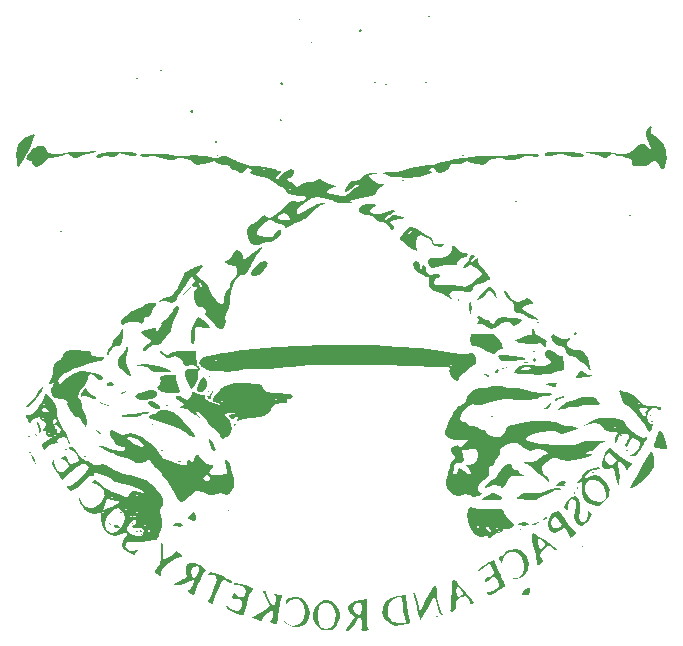
<source format=gbo>
%TF.GenerationSoftware,KiCad,Pcbnew,7.0.7*%
%TF.CreationDate,2024-07-07T09:26:09+01:00*%
%TF.ProjectId,PCB,5043422e-6b69-4636-9164-5f7063625858,rev?*%
%TF.SameCoordinates,Original*%
%TF.FileFunction,Legend,Bot*%
%TF.FilePolarity,Positive*%
%FSLAX46Y46*%
G04 Gerber Fmt 4.6, Leading zero omitted, Abs format (unit mm)*
G04 Created by KiCad (PCBNEW 7.0.7) date 2024-07-07 09:26:09*
%MOMM*%
%LPD*%
G01*
G04 APERTURE LIST*
G04 APERTURE END LIST*
%TO.C,G\u002A\u002A\u002A*%
G36*
X161829423Y-112262762D02*
G01*
X161763959Y-112328226D01*
X161698495Y-112262762D01*
X161763959Y-112197299D01*
X161829423Y-112262762D01*
G37*
G36*
X161698495Y-111739051D02*
G01*
X161633031Y-111804515D01*
X161567567Y-111739051D01*
X161633031Y-111673587D01*
X161698495Y-111739051D01*
G37*
G36*
X159996433Y-94849360D02*
G01*
X159930970Y-94914824D01*
X159865506Y-94849360D01*
X159930970Y-94783896D01*
X159996433Y-94849360D01*
G37*
G36*
X159734578Y-114750391D02*
G01*
X159669114Y-114815855D01*
X159603650Y-114750391D01*
X159669114Y-114684927D01*
X159734578Y-114750391D01*
G37*
G36*
X159210866Y-113441113D02*
G01*
X159145402Y-113506577D01*
X159079939Y-113441113D01*
X159145402Y-113375649D01*
X159210866Y-113441113D01*
G37*
G36*
X156854165Y-116583381D02*
G01*
X156788701Y-116648845D01*
X156723238Y-116583381D01*
X156788701Y-116517917D01*
X156854165Y-116583381D01*
G37*
G36*
X155937671Y-122867917D02*
G01*
X155872207Y-122933381D01*
X155806743Y-122867917D01*
X155872207Y-122802453D01*
X155937671Y-122867917D01*
G37*
G36*
X150700557Y-121427711D02*
G01*
X150635093Y-121493175D01*
X150569629Y-121427711D01*
X150635093Y-121362247D01*
X150700557Y-121427711D01*
G37*
G36*
X150307774Y-93671010D02*
G01*
X150242310Y-93736474D01*
X150176846Y-93671010D01*
X150242310Y-93605546D01*
X150307774Y-93671010D01*
G37*
G36*
X149522207Y-107680288D02*
G01*
X149456743Y-107745752D01*
X149391279Y-107680288D01*
X149456743Y-107614824D01*
X149522207Y-107680288D01*
G37*
G36*
X148343856Y-108334927D02*
G01*
X148278392Y-108400391D01*
X148212928Y-108334927D01*
X148278392Y-108269463D01*
X148343856Y-108334927D01*
G37*
G36*
X145856227Y-89743175D02*
G01*
X145790763Y-89808639D01*
X145725299Y-89743175D01*
X145790763Y-89677711D01*
X145856227Y-89743175D01*
G37*
G36*
X144023238Y-99431835D02*
G01*
X143957774Y-99497299D01*
X143892310Y-99431835D01*
X143957774Y-99366371D01*
X144023238Y-99431835D01*
G37*
G36*
X143630454Y-128759670D02*
G01*
X143564990Y-128825134D01*
X143499526Y-128759670D01*
X143564990Y-128694206D01*
X143630454Y-128759670D01*
G37*
G36*
X142975815Y-77959670D02*
G01*
X142910351Y-78025134D01*
X142844887Y-77959670D01*
X142910351Y-77894206D01*
X142975815Y-77959670D01*
G37*
G36*
X142713959Y-83589567D02*
G01*
X142648495Y-83655030D01*
X142583031Y-83589567D01*
X142648495Y-83524103D01*
X142713959Y-83589567D01*
G37*
G36*
X140750042Y-91838020D02*
G01*
X140684578Y-91903484D01*
X140619114Y-91838020D01*
X140684578Y-91772556D01*
X140750042Y-91838020D01*
G37*
G36*
X139309835Y-83720494D02*
G01*
X139244372Y-83785958D01*
X139178908Y-83720494D01*
X139244372Y-83655030D01*
X139309835Y-83720494D01*
G37*
G36*
X138393341Y-83589567D02*
G01*
X138327877Y-83655030D01*
X138262413Y-83589567D01*
X138327877Y-83524103D01*
X138393341Y-83589567D01*
G37*
G36*
X133025299Y-80185443D02*
G01*
X132959835Y-80250907D01*
X132894372Y-80185443D01*
X132959835Y-80119979D01*
X133025299Y-80185443D01*
G37*
G36*
X131977877Y-78221525D02*
G01*
X131912413Y-78286989D01*
X131846949Y-78221525D01*
X131912413Y-78156061D01*
X131977877Y-78221525D01*
G37*
G36*
X125038701Y-89743175D02*
G01*
X124973238Y-89808639D01*
X124907774Y-89743175D01*
X124973238Y-89677711D01*
X125038701Y-89743175D01*
G37*
G36*
X124384062Y-108465855D02*
G01*
X124318598Y-108531319D01*
X124253134Y-108465855D01*
X124318598Y-108400391D01*
X124384062Y-108465855D01*
G37*
G36*
X122812928Y-112655546D02*
G01*
X122747464Y-112721010D01*
X122682000Y-112655546D01*
X122747464Y-112590082D01*
X122812928Y-112655546D01*
G37*
G36*
X119539732Y-112524618D02*
G01*
X119474268Y-112590082D01*
X119408805Y-112524618D01*
X119474268Y-112459154D01*
X119539732Y-112524618D01*
G37*
G36*
X118623238Y-121820494D02*
G01*
X118557774Y-121885958D01*
X118492310Y-121820494D01*
X118557774Y-121755030D01*
X118623238Y-121820494D01*
G37*
G36*
X118230454Y-121558639D02*
G01*
X118164990Y-121624103D01*
X118099526Y-121558639D01*
X118164990Y-121493175D01*
X118230454Y-121558639D01*
G37*
G36*
X118230454Y-83196783D02*
G01*
X118164990Y-83262247D01*
X118099526Y-83196783D01*
X118164990Y-83131319D01*
X118230454Y-83196783D01*
G37*
G36*
X117837671Y-120904000D02*
G01*
X117772207Y-120969463D01*
X117706743Y-120904000D01*
X117772207Y-120838536D01*
X117837671Y-120904000D01*
G37*
G36*
X114695402Y-112655546D02*
G01*
X114629939Y-112721010D01*
X114564475Y-112655546D01*
X114629939Y-112590082D01*
X114695402Y-112655546D01*
G37*
G36*
X114171691Y-109513278D02*
G01*
X114106227Y-109578742D01*
X114040763Y-109513278D01*
X114106227Y-109447814D01*
X114171691Y-109513278D01*
G37*
G36*
X112207774Y-114619463D02*
G01*
X112142310Y-114684927D01*
X112076846Y-114619463D01*
X112142310Y-114554000D01*
X112207774Y-114619463D01*
G37*
G36*
X111814990Y-96158639D02*
G01*
X111749526Y-96224103D01*
X111684062Y-96158639D01*
X111749526Y-96093175D01*
X111814990Y-96158639D01*
G37*
G36*
X109458289Y-113572041D02*
G01*
X109392825Y-113637505D01*
X109327361Y-113572041D01*
X109392825Y-113506577D01*
X109458289Y-113572041D01*
G37*
G36*
X109196433Y-114881319D02*
G01*
X109130970Y-114946783D01*
X109065506Y-114881319D01*
X109130970Y-114815855D01*
X109196433Y-114881319D01*
G37*
G36*
X155544887Y-117958123D02*
G01*
X155535438Y-118027436D01*
X155457602Y-118045408D01*
X155441932Y-118026219D01*
X155457602Y-117870838D01*
X155496983Y-117850355D01*
X155544887Y-117958123D01*
G37*
G36*
X155283031Y-118350907D02*
G01*
X155273583Y-118420220D01*
X155195746Y-118438192D01*
X155180077Y-118419002D01*
X155195746Y-118263622D01*
X155235127Y-118243138D01*
X155283031Y-118350907D01*
G37*
G36*
X152435351Y-109099247D02*
G01*
X152457560Y-109144710D01*
X152271691Y-109165286D01*
X152091584Y-109147035D01*
X152108031Y-109099247D01*
X152167296Y-109081955D01*
X152435351Y-109099247D01*
G37*
G36*
X152228049Y-103861560D02*
G01*
X152248532Y-103900940D01*
X152140763Y-103948845D01*
X152071451Y-103939396D01*
X152053478Y-103861560D01*
X152072668Y-103845890D01*
X152228049Y-103861560D01*
G37*
G36*
X151835265Y-106349189D02*
G01*
X151855748Y-106388569D01*
X151747980Y-106436474D01*
X151678667Y-106427025D01*
X151660695Y-106349189D01*
X151679884Y-106333519D01*
X151835265Y-106349189D01*
G37*
G36*
X151257000Y-107266258D02*
G01*
X151279210Y-107311720D01*
X151093341Y-107332296D01*
X150913233Y-107314045D01*
X150929681Y-107266258D01*
X150988946Y-107248965D01*
X151257000Y-107266258D01*
G37*
G36*
X149216708Y-107789395D02*
G01*
X149237192Y-107828776D01*
X149129423Y-107876680D01*
X149060110Y-107867231D01*
X149042138Y-107789395D01*
X149061328Y-107773725D01*
X149216708Y-107789395D01*
G37*
G36*
X148300213Y-111848158D02*
G01*
X148320697Y-111887538D01*
X148212928Y-111935443D01*
X148143615Y-111925994D01*
X148125643Y-111848158D01*
X148144833Y-111832488D01*
X148300213Y-111848158D01*
G37*
G36*
X145463444Y-101984927D02*
G01*
X145453995Y-102054240D01*
X145376159Y-102072213D01*
X145360489Y-102053023D01*
X145376159Y-101897642D01*
X145415539Y-101877159D01*
X145463444Y-101984927D01*
G37*
G36*
X130406743Y-86797299D02*
G01*
X130397294Y-86866611D01*
X130319457Y-86884584D01*
X130303788Y-86865394D01*
X130319457Y-86710013D01*
X130358838Y-86689530D01*
X130406743Y-86797299D01*
G37*
G36*
X125955196Y-119791113D02*
G01*
X125945748Y-119860426D01*
X125867911Y-119878398D01*
X125852242Y-119859208D01*
X125867911Y-119703828D01*
X125907292Y-119683345D01*
X125955196Y-119791113D01*
G37*
G36*
X124253134Y-109709670D02*
G01*
X124243686Y-109778982D01*
X124165849Y-109796955D01*
X124150180Y-109777765D01*
X124165849Y-109622384D01*
X124205230Y-109601901D01*
X124253134Y-109709670D01*
G37*
G36*
X121929165Y-115645639D02*
G01*
X121951375Y-115691102D01*
X121765506Y-115711677D01*
X121585398Y-115693427D01*
X121601846Y-115645639D01*
X121661111Y-115628346D01*
X121929165Y-115645639D01*
G37*
G36*
X120805368Y-110931663D02*
G01*
X120825851Y-110971044D01*
X120718083Y-111018948D01*
X120648770Y-111009499D01*
X120630798Y-110931663D01*
X120649987Y-110915993D01*
X120805368Y-110931663D01*
G37*
G36*
X120412585Y-114728570D02*
G01*
X120433068Y-114767951D01*
X120325299Y-114815855D01*
X120255987Y-114806406D01*
X120238014Y-114728570D01*
X120257204Y-114712901D01*
X120412585Y-114728570D01*
G37*
G36*
X120281657Y-82520323D02*
G01*
X120302140Y-82559703D01*
X120194372Y-82607608D01*
X120125059Y-82598159D01*
X120107086Y-82520323D01*
X120126276Y-82504653D01*
X120281657Y-82520323D01*
G37*
G36*
X118579595Y-121536817D02*
G01*
X118600078Y-121576198D01*
X118492310Y-121624103D01*
X118422997Y-121614654D01*
X118405024Y-121536817D01*
X118424214Y-121521148D01*
X118579595Y-121536817D01*
G37*
G36*
X116877533Y-119965683D02*
G01*
X116898016Y-120005064D01*
X116790248Y-120052969D01*
X116720935Y-120043520D01*
X116702963Y-119965683D01*
X116722152Y-119950014D01*
X116877533Y-119965683D01*
G37*
G36*
X113866193Y-115252281D02*
G01*
X113886676Y-115291662D01*
X113778908Y-115339567D01*
X113709595Y-115330118D01*
X113691622Y-115252281D01*
X113710812Y-115236612D01*
X113866193Y-115252281D01*
G37*
G36*
X109152791Y-113550219D02*
G01*
X109173274Y-113589600D01*
X109065506Y-113637505D01*
X108996193Y-113628056D01*
X108978220Y-113550219D01*
X108997410Y-113534550D01*
X109152791Y-113550219D01*
G37*
G36*
X152918935Y-120443693D02*
G01*
X152791611Y-120581794D01*
X152628252Y-120676424D01*
X152550436Y-120677517D01*
X152667101Y-120508052D01*
X152777290Y-120406450D01*
X152908464Y-120384243D01*
X152918935Y-120443693D01*
G37*
G36*
X148818447Y-107911609D02*
G01*
X148734014Y-108076236D01*
X148627039Y-108180596D01*
X148508480Y-108215874D01*
X148488009Y-108121034D01*
X148588873Y-107958488D01*
X148760398Y-107876680D01*
X148818447Y-107911609D01*
G37*
G36*
X116473355Y-121070340D02*
G01*
X116665442Y-121133235D01*
X116729017Y-121224469D01*
X116610785Y-121304701D01*
X116379628Y-121295819D01*
X116218660Y-121164475D01*
X116242468Y-121070227D01*
X116473355Y-121070340D01*
G37*
G36*
X155314326Y-104738217D02*
G01*
X155413959Y-104865340D01*
X155410155Y-104896635D01*
X155283031Y-104996268D01*
X155251736Y-104992463D01*
X155152104Y-104865340D01*
X155155908Y-104834045D01*
X155283031Y-104734412D01*
X155314326Y-104738217D01*
G37*
G36*
X151913280Y-106980192D02*
G01*
X151944372Y-107091113D01*
X151917537Y-107130724D01*
X151813444Y-107222041D01*
X151794506Y-107215880D01*
X151682516Y-107091113D01*
X151672030Y-107021769D01*
X151813444Y-106960185D01*
X151913280Y-106980192D01*
G37*
G36*
X147671575Y-108291834D02*
G01*
X147951073Y-108400391D01*
X148004029Y-108437580D01*
X148044557Y-108510971D01*
X147901337Y-108498575D01*
X147623753Y-108400391D01*
X147479994Y-108318054D01*
X147558289Y-108280671D01*
X147671575Y-108291834D01*
G37*
G36*
X137115357Y-79076361D02*
G01*
X137214990Y-79203484D01*
X137211185Y-79234779D01*
X137084062Y-79334412D01*
X137052767Y-79330607D01*
X136953134Y-79203484D01*
X136956939Y-79172189D01*
X137084062Y-79072556D01*
X137115357Y-79076361D01*
G37*
G36*
X130438038Y-83527907D02*
G01*
X130537671Y-83655030D01*
X130533866Y-83686326D01*
X130406743Y-83785958D01*
X130375448Y-83782154D01*
X130275815Y-83655030D01*
X130279620Y-83623735D01*
X130406743Y-83524103D01*
X130438038Y-83527907D01*
G37*
G36*
X126533991Y-112469434D02*
G01*
X126544372Y-112590082D01*
X126517499Y-112629264D01*
X126405717Y-112721010D01*
X126392650Y-112717606D01*
X126347980Y-112590082D01*
X126353308Y-112554196D01*
X126486635Y-112459154D01*
X126533991Y-112469434D01*
G37*
G36*
X124855585Y-88505385D02*
G01*
X124973238Y-88630288D01*
X124993695Y-88681005D01*
X124915501Y-88761216D01*
X124877497Y-88756185D01*
X124776846Y-88630288D01*
X124778347Y-88600658D01*
X124834583Y-88499360D01*
X124855585Y-88505385D01*
G37*
G36*
X122875499Y-85905785D02*
G01*
X122943856Y-86084922D01*
X122925016Y-86178442D01*
X122812928Y-86208123D01*
X122777172Y-86181325D01*
X122682000Y-86004005D01*
X122685748Y-85974774D01*
X122812928Y-85880804D01*
X122875499Y-85905785D01*
G37*
G36*
X122430054Y-101232092D02*
G01*
X122380690Y-101287512D01*
X122175262Y-101504315D01*
X122070003Y-101592144D01*
X122028867Y-101569588D01*
X122113816Y-101445339D01*
X122387413Y-101189451D01*
X122747464Y-100872041D01*
X122430054Y-101232092D01*
G37*
G36*
X117287829Y-109736854D02*
G01*
X117183031Y-109840598D01*
X117070876Y-109902326D01*
X116855712Y-109967516D01*
X116816378Y-109944341D01*
X116921176Y-109840598D01*
X117033331Y-109778869D01*
X117248495Y-109713679D01*
X117287829Y-109736854D01*
G37*
G36*
X115815855Y-120844427D02*
G01*
X115939217Y-120969463D01*
X115963604Y-121015819D01*
X115954671Y-121100391D01*
X115931651Y-121094500D01*
X115808289Y-120969463D01*
X115783902Y-120923108D01*
X115792835Y-120838536D01*
X115815855Y-120844427D01*
G37*
G36*
X114859062Y-113097093D02*
G01*
X114998713Y-113216926D01*
X115088186Y-113326217D01*
X115086036Y-113349191D01*
X115000733Y-113350076D01*
X114809630Y-113146525D01*
X114736491Y-113051660D01*
X114703979Y-112983860D01*
X114859062Y-113097093D01*
G37*
G36*
X109531319Y-113250613D02*
G01*
X109654681Y-113375649D01*
X109679068Y-113422004D01*
X109670135Y-113506577D01*
X109647115Y-113500685D01*
X109523753Y-113375649D01*
X109499366Y-113329294D01*
X109508299Y-113244721D01*
X109531319Y-113250613D01*
G37*
G36*
X153711182Y-109071508D02*
G01*
X153668538Y-109241032D01*
X153612694Y-109336467D01*
X153463482Y-109370390D01*
X153161384Y-109282387D01*
X152729939Y-109126448D01*
X153188186Y-109052005D01*
X153363879Y-109024834D01*
X153627579Y-109006506D01*
X153711182Y-109071508D01*
G37*
G36*
X152361884Y-120760967D02*
G01*
X152140763Y-120904000D01*
X151871485Y-121028892D01*
X151617052Y-121090627D01*
X151584746Y-121085864D01*
X151628343Y-121019129D01*
X151861207Y-120898875D01*
X152154355Y-120779682D01*
X152360177Y-120719413D01*
X152361884Y-120760967D01*
G37*
G36*
X146483739Y-102349221D02*
G01*
X146501664Y-102730035D01*
X146486573Y-103071873D01*
X146448260Y-103194598D01*
X146379939Y-103097814D01*
X146275815Y-102720818D01*
X146275634Y-102381346D01*
X146379939Y-102181319D01*
X146420994Y-102179698D01*
X146483739Y-102349221D01*
G37*
G36*
X122071625Y-121026892D02*
G01*
X122086740Y-121095672D01*
X121994928Y-121181650D01*
X121692895Y-121190552D01*
X121611429Y-121184944D01*
X121316188Y-121127686D01*
X121257880Y-121034094D01*
X121448894Y-120918007D01*
X121537340Y-120886972D01*
X121884812Y-120854748D01*
X122071625Y-121026892D01*
G37*
G36*
X115226137Y-110694006D02*
G01*
X115485910Y-110781170D01*
X115742825Y-110905656D01*
X115770208Y-110922982D01*
X115779818Y-110972249D01*
X115546433Y-110938379D01*
X115238256Y-110844221D01*
X115022722Y-110725473D01*
X115008108Y-110709235D01*
X115041028Y-110663562D01*
X115226137Y-110694006D01*
G37*
G36*
X153230789Y-110822556D02*
G01*
X153157345Y-110984678D01*
X153001344Y-111180603D01*
X152935290Y-111216080D01*
X152664475Y-111274817D01*
X152576822Y-111237724D01*
X152729939Y-111122667D01*
X152904275Y-111003497D01*
X153155775Y-110766597D01*
X153208417Y-110701938D01*
X153278581Y-110648565D01*
X153230789Y-110822556D01*
G37*
G36*
X124376173Y-113784985D02*
G01*
X124577561Y-114086816D01*
X124669706Y-114246819D01*
X124804435Y-114543047D01*
X124827603Y-114708723D01*
X124687300Y-114816191D01*
X124533991Y-114689994D01*
X124390947Y-114324876D01*
X124377142Y-114274811D01*
X124280210Y-113873565D01*
X124278472Y-113712095D01*
X124376173Y-113784985D01*
G37*
G36*
X123112175Y-120063845D02*
G01*
X123195728Y-120335519D01*
X123158802Y-120641004D01*
X123141444Y-120679855D01*
X123021075Y-120754697D01*
X122770587Y-120670341D01*
X122592882Y-120575422D01*
X122528037Y-120444770D01*
X122650405Y-120216046D01*
X122825378Y-120022055D01*
X122994814Y-119960787D01*
X123112175Y-120063845D01*
G37*
G36*
X116180068Y-109112970D02*
G01*
X116183814Y-109123074D01*
X116166137Y-109273587D01*
X115935108Y-109316886D01*
X115723816Y-109284832D01*
X115611897Y-109185958D01*
X115613317Y-109156370D01*
X115666653Y-109055030D01*
X115710987Y-109047364D01*
X115911613Y-108982042D01*
X116020433Y-108973689D01*
X116180068Y-109112970D01*
G37*
G36*
X109348680Y-115260443D02*
G01*
X109498169Y-115537602D01*
X109542067Y-115632402D01*
X109644448Y-115890570D01*
X109655925Y-115994206D01*
X109618477Y-115969550D01*
X109495012Y-115789251D01*
X109354602Y-115520475D01*
X109248705Y-115267012D01*
X109228778Y-115132652D01*
X109244224Y-115131878D01*
X109348680Y-115260443D01*
G37*
G36*
X154366537Y-110185698D02*
G01*
X154362755Y-110193599D01*
X154221986Y-110284085D01*
X153941021Y-110418717D01*
X153686172Y-110529192D01*
X153495792Y-110599937D01*
X153471232Y-110570633D01*
X153568937Y-110444272D01*
X153582468Y-110429524D01*
X153772557Y-110307838D01*
X154034572Y-110204602D01*
X154266552Y-110152870D01*
X154366537Y-110185698D01*
G37*
G36*
X124565578Y-109775134D02*
G01*
X124517453Y-109946091D01*
X124468008Y-110251238D01*
X124437967Y-110354783D01*
X124290542Y-110400890D01*
X124176765Y-110322377D01*
X124125766Y-110177207D01*
X124233127Y-110102453D01*
X124343006Y-110030930D01*
X124499032Y-109807866D01*
X124538297Y-109734497D01*
X124602522Y-109638263D01*
X124565578Y-109775134D01*
G37*
G36*
X124011996Y-108683838D02*
G01*
X124095736Y-108964789D01*
X124065746Y-109299876D01*
X123915336Y-109590320D01*
X123681928Y-109779753D01*
X123425821Y-109823222D01*
X123256575Y-109653370D01*
X123239640Y-109516490D01*
X123311608Y-109209776D01*
X123468853Y-108887959D01*
X123662947Y-108641037D01*
X123845462Y-108559007D01*
X124011996Y-108683838D01*
G37*
G36*
X119457042Y-110572285D02*
G01*
X119589326Y-110621678D01*
X119886638Y-110798395D01*
X120086859Y-111001867D01*
X120118093Y-111167374D01*
X120015252Y-111258821D01*
X119787411Y-111248925D01*
X119406808Y-111083379D01*
X119406677Y-111083312D01*
X119158999Y-110885101D01*
X119089387Y-110687526D01*
X119191012Y-110560087D01*
X119457042Y-110572285D01*
G37*
G36*
X151486124Y-126563531D02*
G01*
X151472410Y-126713525D01*
X151398839Y-126904859D01*
X151278203Y-126958787D01*
X151001449Y-126992144D01*
X150888454Y-126988687D01*
X150761790Y-126925999D01*
X150831485Y-126730288D01*
X150928976Y-126568331D01*
X151021775Y-126468433D01*
X151073015Y-126458191D01*
X151279024Y-126388961D01*
X151424444Y-126379953D01*
X151486124Y-126563531D01*
G37*
G36*
X129107570Y-98747127D02*
G01*
X129232970Y-98910463D01*
X129177610Y-99168347D01*
X128954675Y-99478313D01*
X128577353Y-99797895D01*
X128466426Y-99867883D01*
X128132279Y-100000663D01*
X127884872Y-99988605D01*
X127788186Y-99829174D01*
X127821234Y-99688493D01*
X128014845Y-99378052D01*
X128313987Y-99059826D01*
X128640102Y-98811743D01*
X128914636Y-98711732D01*
X129107570Y-98747127D01*
G37*
G36*
X119788540Y-109701605D02*
G01*
X119876993Y-109828866D01*
X119831346Y-110054685D01*
X119648326Y-110272652D01*
X119376360Y-110400639D01*
X118869143Y-110459618D01*
X118405090Y-110439373D01*
X118086784Y-110339604D01*
X117968598Y-110169248D01*
X118057902Y-110039999D01*
X118337226Y-109891258D01*
X118729454Y-109762620D01*
X119155083Y-109674513D01*
X119534613Y-109647365D01*
X119788540Y-109701605D01*
G37*
G36*
X109836169Y-112404577D02*
G01*
X109971658Y-112639326D01*
X110055668Y-112918746D01*
X110040674Y-113124780D01*
X110021362Y-113152527D01*
X109886988Y-113244721D01*
X109871863Y-113242816D01*
X109889493Y-113162658D01*
X109893859Y-113157368D01*
X109888110Y-112985453D01*
X109777025Y-112704410D01*
X109768972Y-112688667D01*
X109672841Y-112426768D01*
X109720023Y-112328226D01*
X109836169Y-112404577D01*
G37*
G36*
X154497464Y-117434412D02*
G01*
X154485970Y-117482629D01*
X154333805Y-117567345D01*
X154260246Y-117590112D01*
X154366537Y-117694668D01*
X154426910Y-117744588D01*
X154368313Y-117796714D01*
X154070891Y-117802337D01*
X153976643Y-117798695D01*
X153720328Y-117772841D01*
X153674263Y-117701106D01*
X153796596Y-117544086D01*
X153920886Y-117437267D01*
X154178520Y-117322226D01*
X154402057Y-117316369D01*
X154497464Y-117434412D01*
G37*
G36*
X156132911Y-108215285D02*
G01*
X156396869Y-108331478D01*
X156619284Y-108327005D01*
X156711871Y-108286336D01*
X156657774Y-108372918D01*
X156601336Y-108412660D01*
X156323937Y-108505088D01*
X155937671Y-108565643D01*
X155762796Y-108581683D01*
X155457958Y-108615541D01*
X155328082Y-108639373D01*
X155356071Y-108564438D01*
X155459010Y-108335949D01*
X155494216Y-108262382D01*
X155641169Y-108054874D01*
X155827016Y-108044019D01*
X156132911Y-108215285D01*
G37*
G36*
X150957170Y-120839736D02*
G01*
X151240127Y-120885553D01*
X151355196Y-120977190D01*
X151349406Y-121019034D01*
X151250749Y-121051293D01*
X151174373Y-121034920D01*
X150956162Y-121104835D01*
X150849835Y-121151785D01*
X150722107Y-121095380D01*
X150702562Y-121059494D01*
X150558447Y-121041839D01*
X150517279Y-121058788D01*
X150438701Y-120977190D01*
X150442670Y-120958969D01*
X150594091Y-120873353D01*
X150896949Y-120838536D01*
X150957170Y-120839736D01*
G37*
G36*
X149334448Y-106638821D02*
G01*
X150122061Y-106735291D01*
X150684409Y-106829467D01*
X151014281Y-106918498D01*
X151104462Y-106999529D01*
X150947739Y-107069705D01*
X150536897Y-107126175D01*
X150131225Y-107160786D01*
X149638398Y-107190146D01*
X149313421Y-107182645D01*
X149099053Y-107135396D01*
X148938053Y-107045511D01*
X148828271Y-106946240D01*
X148776274Y-106765139D01*
X148941516Y-106649697D01*
X149294046Y-106634495D01*
X149334448Y-106638821D01*
G37*
G36*
X162591384Y-113199921D02*
G01*
X162756167Y-113564466D01*
X162941780Y-114115759D01*
X163023454Y-114394740D01*
X163062102Y-114606642D01*
X163003291Y-114667286D01*
X162835194Y-114634189D01*
X162638572Y-114590115D01*
X162353134Y-114553782D01*
X162234059Y-114546586D01*
X161984230Y-114450201D01*
X161934474Y-114219742D01*
X162073599Y-113826075D01*
X162130361Y-113704561D01*
X162286836Y-113350953D01*
X162379134Y-113114142D01*
X162460437Y-113045275D01*
X162591384Y-113199921D01*
G37*
G36*
X148684594Y-118465696D02*
G01*
X148760110Y-118500837D01*
X149057520Y-118679749D01*
X149102965Y-118815224D01*
X148900299Y-118915294D01*
X148730113Y-118941175D01*
X148349239Y-118968652D01*
X147885609Y-118982059D01*
X147839439Y-118982388D01*
X147441977Y-118973190D01*
X147288101Y-118937717D01*
X147361897Y-118872644D01*
X147612833Y-118733640D01*
X147931759Y-118510207D01*
X147945303Y-118499416D01*
X148168525Y-118353057D01*
X148373344Y-118344277D01*
X148684594Y-118465696D01*
G37*
G36*
X113962932Y-109670703D02*
G01*
X114091224Y-109862804D01*
X114372775Y-110026468D01*
X114583842Y-110125424D01*
X114695402Y-110294938D01*
X114695379Y-110298950D01*
X114650710Y-110393087D01*
X114484249Y-110373615D01*
X114141949Y-110234645D01*
X113891013Y-110131180D01*
X113623454Y-110071632D01*
X113489314Y-110142851D01*
X113425308Y-110222512D01*
X113388129Y-110149690D01*
X113454429Y-109963408D01*
X113630921Y-109698224D01*
X113804747Y-109497346D01*
X113892045Y-109488320D01*
X113962932Y-109670703D01*
G37*
G36*
X119146949Y-111536727D02*
G01*
X119065651Y-111626754D01*
X118819629Y-111673587D01*
X118604347Y-111706439D01*
X118492310Y-111805893D01*
X118383629Y-111869975D01*
X118057560Y-111909117D01*
X117559180Y-111913132D01*
X117323253Y-111905198D01*
X116962484Y-111878610D01*
X116836785Y-111837049D01*
X116927622Y-111776507D01*
X117152784Y-111714961D01*
X117435237Y-111694359D01*
X117584895Y-111697817D01*
X117903134Y-111644647D01*
X118316970Y-111539162D01*
X118733604Y-111473842D01*
X119032497Y-111471102D01*
X119146949Y-111536727D01*
G37*
G36*
X110243856Y-109379336D02*
G01*
X110224020Y-109464636D01*
X110086445Y-109740689D01*
X109867952Y-110082173D01*
X109628092Y-110399842D01*
X109426413Y-110604449D01*
X109266306Y-110730489D01*
X109027645Y-110951295D01*
X108932203Y-111033462D01*
X108803650Y-111058128D01*
X108812852Y-111006469D01*
X108960324Y-110821992D01*
X109229165Y-110566479D01*
X109391708Y-110414299D01*
X109627473Y-110139323D01*
X109720145Y-109945210D01*
X109784512Y-109759289D01*
X109982000Y-109513278D01*
X110163278Y-109378078D01*
X110243856Y-109379336D01*
G37*
G36*
X109536883Y-88045654D02*
G01*
X109473137Y-88253225D01*
X109395749Y-88444772D01*
X109071866Y-89166509D01*
X108634116Y-90037762D01*
X108464371Y-90341056D01*
X108279284Y-90618236D01*
X108163936Y-90725134D01*
X108131229Y-90713991D01*
X108036336Y-90532970D01*
X107972826Y-90188230D01*
X107950504Y-89754958D01*
X107979176Y-89308345D01*
X107990446Y-89237591D01*
X108214024Y-88683960D01*
X108626453Y-88260148D01*
X109171665Y-88026427D01*
X109184826Y-88023800D01*
X109459438Y-87983216D01*
X109536883Y-88045654D01*
G37*
G36*
X148188733Y-100956974D02*
G01*
X148324214Y-101057916D01*
X148431410Y-101129848D01*
X148431948Y-101130062D01*
X148472176Y-101251470D01*
X148536402Y-101526948D01*
X148619304Y-101919463D01*
X148411935Y-101559412D01*
X148379495Y-101505255D01*
X148141304Y-101246415D01*
X147913394Y-101249105D01*
X147696343Y-101513365D01*
X147526299Y-101741080D01*
X147248703Y-101954212D01*
X147008162Y-102028834D01*
X146953714Y-101949190D01*
X147095683Y-101717416D01*
X147431694Y-101341461D01*
X147628785Y-101143501D01*
X147872471Y-100938576D01*
X148039495Y-100886368D01*
X148188733Y-100956974D01*
G37*
G36*
X119471027Y-107518612D02*
G01*
X120039966Y-107638464D01*
X120550235Y-107792768D01*
X120910875Y-107963583D01*
X121018633Y-108053437D01*
X120985392Y-108108093D01*
X120765120Y-108132770D01*
X120320462Y-108138536D01*
X120042382Y-108135296D01*
X119665558Y-108103665D01*
X119444080Y-108023469D01*
X119308262Y-107876680D01*
X119265008Y-107816620D01*
X119016303Y-107657747D01*
X118589396Y-107603571D01*
X118391134Y-107598991D01*
X118179228Y-107584123D01*
X118198052Y-107547848D01*
X118426846Y-107473565D01*
X118520972Y-107454043D01*
X118934376Y-107451157D01*
X119471027Y-107518612D01*
G37*
G36*
X154071736Y-89476337D02*
G01*
X154927771Y-89517167D01*
X155556814Y-89587059D01*
X155939465Y-89684495D01*
X156068598Y-89808292D01*
X156054819Y-89831639D01*
X155870481Y-89875592D01*
X155533177Y-89884380D01*
X155122021Y-89863574D01*
X154716127Y-89818743D01*
X154394611Y-89755460D01*
X154236587Y-89679294D01*
X154140763Y-89611211D01*
X153899187Y-89616868D01*
X153471364Y-89724714D01*
X153240596Y-89786229D01*
X152890830Y-89840063D01*
X152725055Y-89800737D01*
X152683937Y-89707553D01*
X152732364Y-89580665D01*
X152962391Y-89504028D01*
X153400141Y-89471350D01*
X154071736Y-89476337D01*
G37*
G36*
X161755735Y-114844019D02*
G01*
X161829205Y-115011674D01*
X161837628Y-115034847D01*
X161924581Y-115418930D01*
X161960351Y-115852503D01*
X161959819Y-115905991D01*
X161927199Y-116169399D01*
X161814924Y-116408883D01*
X161582575Y-116688398D01*
X161189736Y-117071900D01*
X161096026Y-117159185D01*
X160720511Y-117495240D01*
X160415783Y-117747356D01*
X160240510Y-117866428D01*
X160077491Y-117923166D01*
X159913214Y-117928141D01*
X159962882Y-117794463D01*
X160008786Y-117730818D01*
X160206404Y-117412326D01*
X160494564Y-116909412D01*
X160852973Y-116258029D01*
X161261337Y-115494130D01*
X161398605Y-115235566D01*
X161574455Y-114927062D01*
X161682158Y-114806181D01*
X161755735Y-114844019D01*
G37*
G36*
X147881002Y-104872998D02*
G01*
X148304225Y-104926284D01*
X148590535Y-105064268D01*
X148810517Y-105325644D01*
X149034759Y-105749103D01*
X149059119Y-105799728D01*
X149167109Y-106054581D01*
X149146399Y-106156254D01*
X148989570Y-106174618D01*
X148805526Y-106227261D01*
X148577368Y-106433206D01*
X148447932Y-106579908D01*
X148288217Y-106564134D01*
X148196610Y-106502257D01*
X147924887Y-106436474D01*
X147701928Y-106370000D01*
X147427361Y-106174618D01*
X147157997Y-106001673D01*
X146780929Y-105912762D01*
X146699706Y-105911951D01*
X146495023Y-105874139D01*
X146414310Y-105724815D01*
X146403579Y-105389051D01*
X146410807Y-104865340D01*
X147422503Y-104865340D01*
X147881002Y-104872998D01*
G37*
G36*
X123531997Y-103501256D02*
G01*
X123789136Y-103701463D01*
X124068256Y-103955578D01*
X124292262Y-104193178D01*
X124384062Y-104343839D01*
X124338300Y-104367927D01*
X124101103Y-104374755D01*
X123729423Y-104341628D01*
X123564099Y-104323191D01*
X123195529Y-104319736D01*
X123063518Y-104397833D01*
X123060071Y-104471418D01*
X123054567Y-104766617D01*
X123052512Y-105167170D01*
X123048456Y-105312638D01*
X122989278Y-105643820D01*
X122887941Y-105753488D01*
X122781089Y-105631168D01*
X122705364Y-105266388D01*
X122709364Y-105071378D01*
X122782761Y-104678636D01*
X122913758Y-104242676D01*
X123074953Y-103838462D01*
X123238949Y-103540960D01*
X123378345Y-103425134D01*
X123531997Y-103501256D01*
G37*
G36*
X117710513Y-89479570D02*
G01*
X118026280Y-89533334D01*
X118153433Y-89631007D01*
X118118400Y-89778100D01*
X118114620Y-89783998D01*
X117992370Y-89859863D01*
X117746509Y-89843710D01*
X117317601Y-89732127D01*
X116991623Y-89639275D01*
X116727849Y-89589636D01*
X116586389Y-89623385D01*
X116495394Y-89741326D01*
X116430226Y-89828030D01*
X116231285Y-89904676D01*
X115868791Y-89873264D01*
X115793553Y-89862326D01*
X115408380Y-89853877D01*
X115130580Y-89918444D01*
X115024325Y-89967489D01*
X114789003Y-89977648D01*
X114695402Y-89815105D01*
X114808586Y-89693740D01*
X115176647Y-89591102D01*
X115794765Y-89517409D01*
X116657568Y-89473595D01*
X117179701Y-89464207D01*
X117710513Y-89479570D01*
G37*
G36*
X121475289Y-108373835D02*
G01*
X121503650Y-108654741D01*
X121554943Y-109032371D01*
X121698961Y-109445724D01*
X121709927Y-109466955D01*
X121820935Y-109716814D01*
X121773376Y-109826360D01*
X121535301Y-109880460D01*
X121245892Y-109903443D01*
X120914475Y-109879569D01*
X120750324Y-109848419D01*
X120456227Y-109813724D01*
X120296347Y-109770707D01*
X120031930Y-109607626D01*
X119938273Y-109521987D01*
X119876249Y-109390115D01*
X120018374Y-109252700D01*
X120140317Y-109105944D01*
X120166239Y-108748178D01*
X120156819Y-108697139D01*
X120150916Y-108496645D01*
X120274898Y-108415546D01*
X120594603Y-108400391D01*
X120652868Y-108399865D01*
X121031588Y-108373912D01*
X121296550Y-108320920D01*
X121369872Y-108301453D01*
X121475289Y-108373835D01*
G37*
G36*
X120736434Y-111317320D02*
G01*
X121189331Y-111468493D01*
X121583998Y-111739051D01*
X121716361Y-111869435D01*
X122087743Y-112259324D01*
X122453395Y-112671323D01*
X122769198Y-113052889D01*
X122991034Y-113351476D01*
X123074784Y-113514540D01*
X123071705Y-113552739D01*
X122957154Y-113632037D01*
X122680427Y-113511829D01*
X122245788Y-113193764D01*
X121820898Y-112910747D01*
X121247586Y-112657381D01*
X120476896Y-112417955D01*
X120155088Y-112328901D01*
X119676829Y-112189396D01*
X119334687Y-112080186D01*
X119187239Y-112019375D01*
X119162990Y-111889584D01*
X119299161Y-111741430D01*
X119531428Y-111673587D01*
X119680063Y-111644239D01*
X119934067Y-111475326D01*
X119983778Y-111425531D01*
X120307265Y-111298633D01*
X120736434Y-111317320D01*
G37*
G36*
X117385475Y-105988534D02*
G01*
X117380279Y-106242715D01*
X117304761Y-106684186D01*
X117275933Y-106829503D01*
X117229478Y-107274786D01*
X117283049Y-107521590D01*
X117288299Y-107528524D01*
X117416343Y-107767072D01*
X117550419Y-108106986D01*
X117558629Y-108131443D01*
X117635985Y-108396117D01*
X117602343Y-108468033D01*
X117438488Y-108396967D01*
X117285146Y-108288789D01*
X117183031Y-108130689D01*
X117098428Y-108011827D01*
X116855712Y-107876680D01*
X116631188Y-107734286D01*
X116528392Y-107432381D01*
X116549973Y-107141666D01*
X116659331Y-106818021D01*
X116841015Y-106698329D01*
X116855536Y-106696631D01*
X117005132Y-106563069D01*
X117152050Y-106281448D01*
X117216207Y-106124595D01*
X117328176Y-105942282D01*
X117385475Y-105988534D01*
G37*
G36*
X116949093Y-104481673D02*
G01*
X117000822Y-104659936D01*
X116977271Y-105029000D01*
X116960998Y-105143675D01*
X116888627Y-105565975D01*
X116804614Y-105796779D01*
X116676143Y-105893303D01*
X116470400Y-105912762D01*
X116180354Y-105998665D01*
X115939217Y-106305546D01*
X115919579Y-106343133D01*
X115775091Y-106595196D01*
X115692155Y-106698329D01*
X115682165Y-106696389D01*
X115663828Y-106573484D01*
X115725277Y-106331893D01*
X115833058Y-106073636D01*
X115953716Y-105900729D01*
X116041288Y-105799765D01*
X116135609Y-105522287D01*
X116230183Y-105291706D01*
X116462928Y-105048995D01*
X116463246Y-105048756D01*
X116694203Y-104826701D01*
X116790248Y-104637872D01*
X116799910Y-104576059D01*
X116922723Y-104472556D01*
X116949093Y-104481673D01*
G37*
G36*
X132066255Y-127238833D02*
G01*
X132371015Y-127496068D01*
X132659683Y-127919301D01*
X132786244Y-128450394D01*
X132714694Y-128977388D01*
X132442075Y-129420260D01*
X132320892Y-129524449D01*
X131859142Y-129722391D01*
X131359960Y-129704951D01*
X130912227Y-129469282D01*
X130603134Y-129196935D01*
X130926854Y-129403818D01*
X131329369Y-129580819D01*
X131744443Y-129550582D01*
X132099302Y-129265724D01*
X132271056Y-128954985D01*
X132372464Y-128447088D01*
X132316768Y-127941071D01*
X132103704Y-127540543D01*
X131798329Y-127309572D01*
X131449642Y-127291713D01*
X131074936Y-127531328D01*
X130777259Y-127808657D01*
X130821124Y-127502315D01*
X130883274Y-127313402D01*
X131059390Y-127203269D01*
X131421788Y-127149806D01*
X131768106Y-127143221D01*
X132066255Y-127238833D01*
G37*
G36*
X156704499Y-110246192D02*
G01*
X156999933Y-110312427D01*
X157116021Y-110423267D01*
X157154531Y-110550102D01*
X157345145Y-110742817D01*
X157374857Y-110761227D01*
X157394074Y-110826222D01*
X157199320Y-110860662D01*
X156767044Y-110869718D01*
X156392303Y-110881905D01*
X155970876Y-110929686D01*
X155708057Y-111001693D01*
X155526362Y-111066212D01*
X155206003Y-111076361D01*
X155112944Y-111067135D01*
X154774114Y-111103293D01*
X154366537Y-111205253D01*
X154189890Y-111261768D01*
X153852576Y-111361778D01*
X153738713Y-111362506D01*
X153829137Y-111249553D01*
X154104681Y-111008519D01*
X154225573Y-110911265D01*
X154588599Y-110674332D01*
X154890248Y-110546532D01*
X155137232Y-110483234D01*
X155518316Y-110355248D01*
X155534539Y-110348844D01*
X155892559Y-110261026D01*
X156308960Y-110227933D01*
X156704499Y-110246192D01*
G37*
G36*
X150650368Y-123210580D02*
G01*
X150975641Y-123440916D01*
X151179905Y-123752213D01*
X151336091Y-124311834D01*
X151241467Y-124862725D01*
X150897576Y-125366822D01*
X150635119Y-125562530D01*
X150215529Y-125663248D01*
X149849526Y-125643631D01*
X150208148Y-125589226D01*
X150388999Y-125540915D01*
X150729847Y-125286128D01*
X150920908Y-124883213D01*
X150942725Y-124391137D01*
X150775840Y-123868864D01*
X150531967Y-123538815D01*
X150161859Y-123325877D01*
X149773646Y-123327043D01*
X149428141Y-123538902D01*
X149186158Y-123958041D01*
X149046501Y-124386698D01*
X148894377Y-124052823D01*
X148848734Y-123947203D01*
X148811488Y-123765305D01*
X148919869Y-123718948D01*
X149086830Y-123644634D01*
X149293083Y-123424360D01*
X149407354Y-123302175D01*
X149769933Y-123140262D01*
X150216368Y-123110046D01*
X150650368Y-123210580D01*
G37*
G36*
X154038454Y-117996151D02*
G01*
X153980004Y-118082417D01*
X153871613Y-118133230D01*
X153682471Y-118136329D01*
X153596744Y-118136406D01*
X153330086Y-118228922D01*
X152972358Y-118406823D01*
X152742776Y-118528335D01*
X152400645Y-118683147D01*
X152189736Y-118743690D01*
X152114726Y-118755235D01*
X152009835Y-118869692D01*
X151920508Y-118922261D01*
X151612459Y-118942862D01*
X151126073Y-118916881D01*
X150831845Y-118889474D01*
X150417006Y-118840293D01*
X150222827Y-118791716D01*
X150222003Y-118734182D01*
X150387230Y-118658126D01*
X150534647Y-118586986D01*
X150728573Y-118425921D01*
X150820454Y-118373291D01*
X151133933Y-118326951D01*
X151597225Y-118329351D01*
X152269951Y-118312914D01*
X152773790Y-118165691D01*
X152996885Y-118078717D01*
X153319414Y-118002849D01*
X153643575Y-117960826D01*
X153904783Y-117957107D01*
X154038454Y-117996151D01*
G37*
G36*
X151807536Y-104501032D02*
G01*
X151898931Y-104782993D01*
X151900095Y-104788768D01*
X152062685Y-105003698D01*
X152402619Y-105175777D01*
X152473451Y-105200650D01*
X152744677Y-105344476D01*
X152847774Y-105487247D01*
X152839498Y-105585057D01*
X152812130Y-105880030D01*
X152794313Y-105983281D01*
X152724228Y-105999779D01*
X152560232Y-105811156D01*
X152356811Y-105618693D01*
X152193482Y-105650559D01*
X152070767Y-105703429D01*
X151695383Y-105732245D01*
X151116463Y-105700633D01*
X151015766Y-105690719D01*
X150507237Y-105615270D01*
X150229104Y-105522108D01*
X150191852Y-105417059D01*
X150405970Y-105305948D01*
X150674238Y-105205024D01*
X151022578Y-105057430D01*
X151040069Y-105049702D01*
X151333895Y-104951996D01*
X151513558Y-104947759D01*
X151585771Y-104889312D01*
X151617052Y-104650489D01*
X151627285Y-104519686D01*
X151701281Y-104405880D01*
X151807536Y-104501032D01*
G37*
G36*
X145048654Y-97462643D02*
G01*
X145309124Y-97729773D01*
X145530536Y-97933948D01*
X145923834Y-98057092D01*
X146075188Y-98061680D01*
X146196601Y-98112778D01*
X146118083Y-98253484D01*
X145998917Y-98354972D01*
X145713875Y-98449876D01*
X145599883Y-98477870D01*
X145396837Y-98632497D01*
X145262952Y-98839446D01*
X145274451Y-99002807D01*
X145220378Y-99031469D01*
X144968207Y-99056545D01*
X144572874Y-99066034D01*
X144242369Y-99078396D01*
X143822037Y-99131386D01*
X143555392Y-99212010D01*
X143526105Y-99228919D01*
X143276123Y-99342487D01*
X143109605Y-99287842D01*
X142919968Y-99035353D01*
X142807192Y-98833911D01*
X142787337Y-98610985D01*
X142984110Y-98496889D01*
X143415718Y-98470891D01*
X143996284Y-98447368D01*
X144459865Y-98320564D01*
X144722374Y-98074718D01*
X144806800Y-97697041D01*
X144808492Y-97642742D01*
X144879324Y-97433473D01*
X145048654Y-97462643D01*
G37*
G36*
X120313405Y-122542485D02*
G01*
X120364092Y-122807902D01*
X120352142Y-123266109D01*
X120334669Y-123559246D01*
X120337531Y-123863016D01*
X120370109Y-123980804D01*
X120437984Y-123972053D01*
X120706820Y-123868895D01*
X121014494Y-123694940D01*
X121267597Y-123507619D01*
X121372722Y-123364361D01*
X121378748Y-123314479D01*
X121474753Y-123282690D01*
X121722144Y-123418150D01*
X122071565Y-123647100D01*
X121333635Y-123979473D01*
X121102903Y-124089114D01*
X120586076Y-124410121D01*
X120293740Y-124748664D01*
X120198536Y-125132535D01*
X120185543Y-125321416D01*
X120106801Y-125352541D01*
X119892358Y-125205425D01*
X119710026Y-125054525D01*
X119673949Y-124922646D01*
X119823563Y-124744395D01*
X119885916Y-124677058D01*
X120088063Y-124322625D01*
X120180002Y-123833355D01*
X120174147Y-123152894D01*
X120163849Y-122914336D01*
X120186462Y-122579804D01*
X120270159Y-122496943D01*
X120313405Y-122542485D01*
G37*
G36*
X119750768Y-102300812D02*
G01*
X119779841Y-102432945D01*
X119605196Y-102639567D01*
X119502819Y-102756954D01*
X119408805Y-103022196D01*
X119361451Y-103238071D01*
X119178329Y-103443453D01*
X118934603Y-103466358D01*
X118817669Y-103468680D01*
X118754165Y-103665254D01*
X118731221Y-103830599D01*
X118623238Y-104014309D01*
X118574465Y-104036786D01*
X118492293Y-103989304D01*
X118449463Y-103939668D01*
X118224394Y-103890454D01*
X117885289Y-103880413D01*
X117522230Y-103905798D01*
X117225301Y-103962861D01*
X117084584Y-104047857D01*
X117015046Y-104132743D01*
X116868541Y-104112622D01*
X116790248Y-103951163D01*
X116797401Y-103904280D01*
X116938394Y-103658987D01*
X117199944Y-103370736D01*
X117502979Y-103118070D01*
X117768427Y-102979534D01*
X117845718Y-102955709D01*
X118195117Y-102797130D01*
X118572650Y-102572460D01*
X118923522Y-102382677D01*
X119274380Y-102272543D01*
X119566204Y-102246299D01*
X119750768Y-102300812D01*
G37*
G36*
X124429770Y-125031694D02*
G01*
X124672499Y-125102722D01*
X125034372Y-125241208D01*
X125442576Y-125415130D01*
X125824299Y-125592467D01*
X126106728Y-125741199D01*
X126217052Y-125829304D01*
X126186654Y-125938236D01*
X126043533Y-126000575D01*
X125907561Y-125878505D01*
X125826313Y-125772368D01*
X125580876Y-125682866D01*
X125471347Y-125711746D01*
X125325071Y-125866638D01*
X125161846Y-126192400D01*
X124957106Y-126730288D01*
X124888769Y-126919450D01*
X124720375Y-127357850D01*
X124588547Y-127662244D01*
X124517236Y-127775706D01*
X124510469Y-127775414D01*
X124310644Y-127696814D01*
X124175719Y-127546421D01*
X124190858Y-127417659D01*
X124200214Y-127409471D01*
X124319273Y-127220890D01*
X124490599Y-126864504D01*
X124680427Y-126409824D01*
X124785663Y-126128610D01*
X124911559Y-125684592D01*
X124898778Y-125424114D01*
X124740210Y-125316734D01*
X124428747Y-125332006D01*
X124240764Y-125331130D01*
X124213631Y-125204177D01*
X124251867Y-125131388D01*
X124395478Y-125028226D01*
X124429770Y-125031694D01*
G37*
G36*
X147372254Y-103482250D02*
G01*
X147532610Y-103598043D01*
X147829497Y-103686989D01*
X147973563Y-103722330D01*
X148082000Y-103883381D01*
X148104812Y-103974969D01*
X148278392Y-104079773D01*
X148369879Y-104057549D01*
X148474784Y-103887988D01*
X148505154Y-103751068D01*
X148740164Y-103557709D01*
X149196377Y-103471623D01*
X149860399Y-103496594D01*
X150275227Y-103554407D01*
X150617578Y-103629997D01*
X150775568Y-103702437D01*
X150786306Y-103757983D01*
X150656828Y-103817917D01*
X150560521Y-103840230D01*
X150391355Y-104014309D01*
X150296665Y-104155035D01*
X150085121Y-104188270D01*
X149851599Y-103995002D01*
X149747848Y-103903584D01*
X149444816Y-103850514D01*
X149089548Y-103959927D01*
X148768653Y-104214287D01*
X148466637Y-104424096D01*
X148113807Y-104451331D01*
X147820145Y-104276165D01*
X147601422Y-104141710D01*
X147264371Y-104079773D01*
X147060529Y-104072446D01*
X146956879Y-104017052D01*
X147042859Y-103873402D01*
X147047333Y-103867992D01*
X147148103Y-103685285D01*
X147044913Y-103562449D01*
X146956618Y-103483512D01*
X147021604Y-103367688D01*
X147152746Y-103355321D01*
X147372254Y-103482250D01*
G37*
G36*
X135382000Y-128694206D02*
G01*
X135342688Y-128927682D01*
X135198937Y-129313341D01*
X135001890Y-129678885D01*
X134807288Y-129906717D01*
X134773042Y-129923931D01*
X134511150Y-129970636D01*
X134142460Y-129972181D01*
X133864128Y-129935720D01*
X133573655Y-129793377D01*
X133313504Y-129479773D01*
X133261586Y-129400216D01*
X133079334Y-128990935D01*
X133079124Y-128971285D01*
X133511380Y-128971285D01*
X133562745Y-129392101D01*
X133667667Y-129661378D01*
X133846251Y-129794613D01*
X134205652Y-129868066D01*
X134544101Y-129772356D01*
X134730050Y-129577785D01*
X134918273Y-129151587D01*
X134989217Y-128631398D01*
X134988468Y-128586958D01*
X134885622Y-128135857D01*
X134647359Y-127805760D01*
X134328281Y-127628503D01*
X133982988Y-127635927D01*
X133666083Y-127859870D01*
X133569684Y-128093312D01*
X133513662Y-128503499D01*
X133511380Y-128971285D01*
X133079124Y-128971285D01*
X133074922Y-128577235D01*
X133077474Y-128561952D01*
X133257643Y-128088057D01*
X133581374Y-127682020D01*
X133972155Y-127440755D01*
X134225370Y-127411347D01*
X134638682Y-127538568D01*
X135010431Y-127831420D01*
X135278807Y-128234950D01*
X135367887Y-128631398D01*
X135382000Y-128694206D01*
G37*
G36*
X153635678Y-105069164D02*
G01*
X153782751Y-105183665D01*
X154129100Y-105297766D01*
X154520483Y-105332324D01*
X154830955Y-105266541D01*
X154860889Y-105274799D01*
X154732455Y-105410284D01*
X154599401Y-105592071D01*
X154569569Y-105817391D01*
X154590319Y-105862045D01*
X154836597Y-106102973D01*
X155202803Y-106254315D01*
X155568310Y-106262333D01*
X155709462Y-106242084D01*
X155915997Y-106324941D01*
X156124510Y-106605659D01*
X156158374Y-106663115D01*
X156322515Y-106965051D01*
X156404713Y-107156577D01*
X156451954Y-107350942D01*
X156532335Y-107667085D01*
X156548226Y-107731508D01*
X156570418Y-107947933D01*
X156480477Y-107953945D01*
X156428677Y-107911251D01*
X156330454Y-107688445D01*
X156329768Y-107677991D01*
X156205730Y-107511429D01*
X155932667Y-107350896D01*
X155614673Y-107164246D01*
X155405503Y-106944384D01*
X155288203Y-106813717D01*
X155003517Y-106733217D01*
X154827186Y-106719620D01*
X154616038Y-106542435D01*
X154445556Y-106141886D01*
X154332651Y-105992967D01*
X154009356Y-105912762D01*
X153714147Y-105834227D01*
X153407447Y-105559887D01*
X153238972Y-105160447D01*
X153276909Y-104965813D01*
X153439312Y-104922413D01*
X153635678Y-105069164D01*
G37*
G36*
X143520928Y-126259632D02*
G01*
X143536529Y-126507961D01*
X143531467Y-126722669D01*
X143584981Y-127124463D01*
X143686246Y-127594334D01*
X143814404Y-128050409D01*
X143948593Y-128410817D01*
X144067953Y-128593684D01*
X144129811Y-128656845D01*
X144003564Y-128692201D01*
X143906571Y-128662077D01*
X143760255Y-128449610D01*
X143626661Y-128006835D01*
X143564757Y-127748151D01*
X143449162Y-127349404D01*
X143338616Y-127181480D01*
X143206254Y-127246925D01*
X143025214Y-127548282D01*
X142768631Y-128088095D01*
X142634554Y-128370632D01*
X142421531Y-128779597D01*
X142258037Y-129042684D01*
X142171529Y-129112771D01*
X142166773Y-129106627D01*
X142094578Y-128920182D01*
X141991809Y-128556770D01*
X141879075Y-128088569D01*
X141872738Y-128060249D01*
X141758804Y-127572253D01*
X141657183Y-127171728D01*
X141589199Y-126942951D01*
X141563595Y-126827833D01*
X141623466Y-126730288D01*
X141626523Y-126730581D01*
X141712600Y-126858734D01*
X141824912Y-127175075D01*
X141939981Y-127614051D01*
X142140624Y-128497814D01*
X142680688Y-127352195D01*
X142812511Y-127082724D01*
X143062537Y-126627181D01*
X143270747Y-126319529D01*
X143407447Y-126206577D01*
X143520928Y-126259632D01*
G37*
G36*
X141112977Y-129405993D02*
G01*
X140904827Y-129450385D01*
X140553650Y-129524951D01*
X140393235Y-129558623D01*
X140213136Y-129595513D01*
X140030442Y-129584917D01*
X139679487Y-129444987D01*
X139336482Y-129211688D01*
X139109466Y-128948368D01*
X138952989Y-128485962D01*
X138969706Y-128203556D01*
X139420023Y-128203556D01*
X139463312Y-128780589D01*
X139646507Y-129143101D01*
X139665009Y-129160075D01*
X139963118Y-129295910D01*
X140383344Y-129348845D01*
X140914437Y-129348845D01*
X140825353Y-128792402D01*
X140815120Y-128728001D01*
X140733532Y-128192117D01*
X140658606Y-127670111D01*
X140634396Y-127503543D01*
X140568837Y-127241790D01*
X140454787Y-127156495D01*
X140239977Y-127187387D01*
X139936595Y-127307473D01*
X139592121Y-127602565D01*
X139436018Y-127974103D01*
X139420023Y-128203556D01*
X138969706Y-128203556D01*
X138983679Y-127967517D01*
X139234513Y-127529175D01*
X139682845Y-127207100D01*
X140306028Y-127037461D01*
X140974901Y-126960051D01*
X141069619Y-127921299D01*
X141073130Y-127956265D01*
X141137478Y-128458385D01*
X141214180Y-128872674D01*
X141287394Y-129112477D01*
X141306158Y-129149499D01*
X141319765Y-129318083D01*
X141247404Y-129348845D01*
X141112977Y-129405993D01*
G37*
G36*
X155415367Y-118661450D02*
G01*
X155613372Y-118905051D01*
X155704385Y-119296934D01*
X155665283Y-119773441D01*
X155639803Y-119895931D01*
X155596369Y-120408410D01*
X155692961Y-120728206D01*
X155925478Y-120838536D01*
X156058590Y-120798323D01*
X156261748Y-120580982D01*
X156384430Y-120265671D01*
X156373816Y-119956324D01*
X156336033Y-119838786D01*
X156360733Y-119800225D01*
X156529213Y-119947672D01*
X156612887Y-120030574D01*
X156684820Y-120167761D01*
X156622110Y-120341242D01*
X156410210Y-120635043D01*
X156158370Y-120908149D01*
X155808129Y-121104991D01*
X155511097Y-121076241D01*
X155299092Y-120843498D01*
X155203933Y-120428364D01*
X155257438Y-119852441D01*
X155315328Y-119534228D01*
X155327406Y-119135176D01*
X155215478Y-118932532D01*
X154971780Y-118900428D01*
X154839925Y-118936916D01*
X154723572Y-119088799D01*
X154693856Y-119421926D01*
X154693679Y-119501088D01*
X154678274Y-119761201D01*
X154611129Y-119809333D01*
X154454687Y-119687130D01*
X154328148Y-119530407D01*
X154356491Y-119423499D01*
X154410385Y-119391933D01*
X154497464Y-119198451D01*
X154523253Y-119107698D01*
X154707849Y-118887453D01*
X154982850Y-118695115D01*
X155243681Y-118612762D01*
X155415367Y-118661450D01*
G37*
G36*
X149899486Y-115961474D02*
G01*
X149888143Y-116078045D01*
X149970674Y-116314725D01*
X150250037Y-116386989D01*
X150457528Y-116419526D01*
X150509991Y-116508491D01*
X150519496Y-116600376D01*
X150698656Y-116713705D01*
X150907430Y-116801679D01*
X150946828Y-116888839D01*
X150764981Y-116937473D01*
X150384231Y-116932067D01*
X150149649Y-116917255D01*
X149884988Y-116947598D01*
X149702625Y-117096713D01*
X149500468Y-117421094D01*
X149410128Y-117572776D01*
X149194527Y-117868240D01*
X149050774Y-117958339D01*
X148998495Y-117827195D01*
X148985141Y-117797847D01*
X148802733Y-117725306D01*
X148474784Y-117696268D01*
X148357389Y-117699606D01*
X148067225Y-117745208D01*
X147951073Y-117827195D01*
X147930371Y-117886115D01*
X147758790Y-117958123D01*
X147644860Y-117931638D01*
X147643148Y-117796513D01*
X147840138Y-117568510D01*
X148219469Y-117271996D01*
X148382148Y-117149055D01*
X148636413Y-116901669D01*
X148736640Y-116715553D01*
X148751614Y-116624050D01*
X148867567Y-116517917D01*
X148909092Y-116510179D01*
X148998495Y-116368691D01*
X149042740Y-116247222D01*
X149227619Y-116045535D01*
X149335025Y-115978008D01*
X149597736Y-115884435D01*
X149818638Y-115874827D01*
X149899486Y-115961474D01*
G37*
G36*
X149493877Y-101301623D02*
G01*
X149593522Y-101503381D01*
X149756728Y-101782549D01*
X150042680Y-102027651D01*
X150046218Y-102029740D01*
X150316852Y-102165700D01*
X150527276Y-102162427D01*
X150817393Y-102018218D01*
X150898838Y-101973464D01*
X151207572Y-101865879D01*
X151443092Y-101928817D01*
X151477732Y-101951278D01*
X151688802Y-102157150D01*
X151682224Y-102314812D01*
X151456595Y-102377711D01*
X151230258Y-102410030D01*
X150907958Y-102549862D01*
X150771105Y-102668530D01*
X150788068Y-102779468D01*
X151009256Y-102942645D01*
X151271054Y-103098389D01*
X151428135Y-103163278D01*
X151436602Y-103164339D01*
X151600990Y-103253950D01*
X151858256Y-103443722D01*
X152206227Y-103724166D01*
X151756571Y-103638559D01*
X151739210Y-103635151D01*
X151370522Y-103521767D01*
X151101932Y-103372686D01*
X150846025Y-103223868D01*
X150487140Y-103105432D01*
X150465488Y-103100617D01*
X150192152Y-102993679D01*
X150082250Y-102861737D01*
X150077840Y-102558049D01*
X149994520Y-102214942D01*
X149803932Y-102056698D01*
X149752740Y-102032906D01*
X149535400Y-101825766D01*
X149343165Y-101526425D01*
X149260351Y-101258664D01*
X149267999Y-101209128D01*
X149359569Y-101184588D01*
X149493877Y-101301623D01*
G37*
G36*
X153438741Y-122886621D02*
G01*
X153690592Y-123104056D01*
X153764411Y-123216191D01*
X153764311Y-123216351D01*
X153635257Y-123215374D01*
X153418450Y-123062977D01*
X153299658Y-122955101D01*
X153097106Y-122827868D01*
X152904396Y-122866966D01*
X152616668Y-123073812D01*
X152378687Y-123323529D01*
X152279160Y-123651748D01*
X152423256Y-123949069D01*
X152505544Y-124092610D01*
X152407224Y-124302574D01*
X152200739Y-124482380D01*
X152058846Y-124435539D01*
X152008282Y-124144463D01*
X151993809Y-123958991D01*
X151923037Y-123535142D01*
X151813444Y-123064309D01*
X151741303Y-122770426D01*
X151654449Y-122322447D01*
X152089055Y-122322447D01*
X152143814Y-122619587D01*
X152211577Y-122898144D01*
X152301161Y-123107518D01*
X152418075Y-123107304D01*
X152605518Y-122926191D01*
X152741694Y-122758053D01*
X152754606Y-122627534D01*
X152602477Y-122486914D01*
X152253459Y-122277511D01*
X152122572Y-122226598D01*
X152089055Y-122322447D01*
X151654449Y-122322447D01*
X151653522Y-122317667D01*
X151618606Y-121991659D01*
X151619124Y-121902413D01*
X151640677Y-121788948D01*
X151722451Y-121765718D01*
X151903926Y-121846379D01*
X152224580Y-122044586D01*
X152723892Y-122373997D01*
X153051983Y-122598792D01*
X153090604Y-122627534D01*
X153438741Y-122886621D01*
G37*
G36*
X154945533Y-121277920D02*
G01*
X155184120Y-121527182D01*
X155322638Y-121624103D01*
X155347252Y-121698311D01*
X155217567Y-121885958D01*
X155026987Y-122059538D01*
X154848134Y-122147814D01*
X154810413Y-122143478D01*
X154799094Y-122064397D01*
X154808253Y-122048423D01*
X154768073Y-121869839D01*
X154609445Y-121597493D01*
X154336378Y-121214007D01*
X154036951Y-121495304D01*
X153897697Y-121605835D01*
X153544406Y-121726677D01*
X153236344Y-121645478D01*
X153020827Y-121404743D01*
X152945169Y-121046978D01*
X152974666Y-120932634D01*
X153216472Y-120932634D01*
X153315896Y-121161978D01*
X153448574Y-121277508D01*
X153770207Y-121353815D01*
X154069618Y-121214011D01*
X154103652Y-121172192D01*
X154114579Y-120984428D01*
X153940254Y-120690299D01*
X153829794Y-120547450D01*
X153614754Y-120350168D01*
X153452583Y-120381686D01*
X153297058Y-120638267D01*
X153216472Y-120932634D01*
X152974666Y-120932634D01*
X153056687Y-120614687D01*
X153058579Y-120610780D01*
X153178189Y-120333778D01*
X153219533Y-120176661D01*
X153219267Y-120173514D01*
X153327428Y-120079701D01*
X153589468Y-119958910D01*
X153867773Y-119885823D01*
X153973753Y-119944471D01*
X153990359Y-120002494D01*
X154129290Y-120238605D01*
X154368125Y-120571380D01*
X154656870Y-120938569D01*
X154695879Y-120984428D01*
X154945533Y-121277920D01*
G37*
G36*
X154301073Y-107909857D02*
G01*
X153580970Y-108139974D01*
X153193146Y-108244381D01*
X152749428Y-108308123D01*
X152207282Y-108325108D01*
X151486124Y-108301550D01*
X151049938Y-108277555D01*
X150552308Y-108243652D01*
X150202536Y-108211754D01*
X150057502Y-108186446D01*
X150054574Y-108169726D01*
X150155626Y-108027588D01*
X150203070Y-107981434D01*
X150569629Y-107981434D01*
X150587270Y-107977771D01*
X150792938Y-107949764D01*
X151128814Y-107912068D01*
X151229300Y-107898748D01*
X151482479Y-107827145D01*
X151546602Y-107737685D01*
X151385977Y-107632008D01*
X151084535Y-107646228D01*
X150758313Y-107807052D01*
X150606657Y-107929730D01*
X150569629Y-107981434D01*
X150203070Y-107981434D01*
X150384822Y-107804624D01*
X150597459Y-107635303D01*
X150821040Y-107537150D01*
X151119237Y-107516013D01*
X151584264Y-107552510D01*
X152121533Y-107588997D01*
X152708464Y-107560131D01*
X153066842Y-107436700D01*
X153188186Y-107220461D01*
X153139081Y-107063849D01*
X152926330Y-106894721D01*
X152836150Y-106854255D01*
X152681926Y-106649269D01*
X152716306Y-106407488D01*
X152937469Y-106236547D01*
X153173857Y-106227305D01*
X153509650Y-106430972D01*
X153785889Y-106630920D01*
X154054954Y-106730824D01*
X154200309Y-106780392D01*
X154280429Y-106958321D01*
X154301073Y-107329731D01*
X154301073Y-107737685D01*
X154301073Y-107909857D01*
G37*
G36*
X146234099Y-126991521D02*
G01*
X146552753Y-127374399D01*
X146690463Y-127609307D01*
X146658339Y-127712902D01*
X146571723Y-127741311D01*
X146453173Y-127748061D01*
X146396789Y-127624416D01*
X146282882Y-127362191D01*
X146264371Y-127319525D01*
X146146344Y-127120028D01*
X145980327Y-127076315D01*
X145667197Y-127155035D01*
X145632758Y-127165908D01*
X145314876Y-127330016D01*
X145181795Y-127593559D01*
X145196130Y-128025626D01*
X145189256Y-128118350D01*
X145047983Y-128318208D01*
X144860646Y-128412501D01*
X144713852Y-128378959D01*
X144726283Y-128137762D01*
X144735614Y-128095453D01*
X144771335Y-127779385D01*
X144796806Y-127306811D01*
X144807017Y-126763020D01*
X144808557Y-126665200D01*
X145201588Y-126665200D01*
X145254172Y-127009415D01*
X145419593Y-127119934D01*
X145709601Y-127004617D01*
X145781572Y-126945861D01*
X145797496Y-126803253D01*
X145644137Y-126552489D01*
X145514112Y-126385569D01*
X145329643Y-126233514D01*
X145230891Y-126325223D01*
X145201588Y-126664824D01*
X145201588Y-126665200D01*
X144808557Y-126665200D01*
X144814960Y-126258563D01*
X144845033Y-125908072D01*
X144905632Y-125731503D01*
X145005196Y-125682866D01*
X145095100Y-125693807D01*
X145202356Y-125781061D01*
X145224269Y-125826857D01*
X145383553Y-126036595D01*
X145663271Y-126363836D01*
X146023207Y-126760593D01*
X146062166Y-126803253D01*
X146234099Y-126991521D01*
G37*
G36*
X137630674Y-128495022D02*
G01*
X137622754Y-129043701D01*
X137658216Y-129552736D01*
X137744901Y-129814563D01*
X137807999Y-129909107D01*
X137756280Y-129985043D01*
X137486371Y-130003484D01*
X137307114Y-129997341D01*
X137153045Y-129941348D01*
X137184801Y-129800224D01*
X137195832Y-129778336D01*
X137248495Y-129520238D01*
X137237890Y-129204704D01*
X137175978Y-128937685D01*
X137074721Y-128825134D01*
X137008380Y-128867936D01*
X136833347Y-129081560D01*
X136618893Y-129414309D01*
X136533168Y-129552400D01*
X136259840Y-129884564D01*
X136026897Y-130003484D01*
X135939258Y-129995831D01*
X135888180Y-129928090D01*
X135969388Y-129749741D01*
X136196768Y-129412467D01*
X136613355Y-128821449D01*
X136324997Y-128619476D01*
X136210707Y-128516762D01*
X136058236Y-128209901D01*
X136059947Y-128176566D01*
X136461336Y-128176566D01*
X136635167Y-128488462D01*
X136762769Y-128601651D01*
X137008591Y-128699196D01*
X137162037Y-128553993D01*
X137214990Y-128170494D01*
X137204158Y-127909104D01*
X137135720Y-127701812D01*
X136979320Y-127646783D01*
X136748601Y-127686574D01*
X136509701Y-127883461D01*
X136461336Y-128176566D01*
X136059947Y-128176566D01*
X136074524Y-127892474D01*
X136265763Y-127664312D01*
X136340047Y-127631508D01*
X136670706Y-127534210D01*
X137084062Y-127453051D01*
X137673238Y-127364404D01*
X137642891Y-128170494D01*
X137630674Y-128495022D01*
G37*
G36*
X121624015Y-102528743D02*
G01*
X121709679Y-102701251D01*
X121649384Y-103004181D01*
X121448842Y-103381327D01*
X121368077Y-103510743D01*
X121184262Y-103908696D01*
X121110866Y-104242285D01*
X121011791Y-104606534D01*
X120718083Y-105016878D01*
X120622165Y-105122618D01*
X120409957Y-105406839D01*
X120325299Y-105604861D01*
X120210064Y-105735383D01*
X119862373Y-105781835D01*
X119520640Y-105828848D01*
X119109538Y-106084868D01*
X119094913Y-106099962D01*
X118868885Y-106288255D01*
X118719298Y-106337677D01*
X118673089Y-106241661D01*
X118800427Y-106025444D01*
X119116522Y-105732942D01*
X119425732Y-105487658D01*
X118959021Y-105155588D01*
X118834028Y-105063250D01*
X118589478Y-104856335D01*
X118492310Y-104730632D01*
X118493647Y-104723035D01*
X118628744Y-104639713D01*
X118917825Y-104566290D01*
X119281043Y-104490346D01*
X119572464Y-104404223D01*
X119742025Y-104383714D01*
X119804499Y-104556744D01*
X119815945Y-104675546D01*
X119885129Y-104677617D01*
X120056115Y-104476217D01*
X120062470Y-104467892D01*
X120216699Y-104217145D01*
X120248056Y-104060713D01*
X120243915Y-104047913D01*
X120329147Y-103904442D01*
X120559962Y-103706352D01*
X120599994Y-103676263D01*
X120915909Y-103357882D01*
X121180451Y-102976237D01*
X121238136Y-102873871D01*
X121415140Y-102613113D01*
X121537533Y-102508639D01*
X121624015Y-102528743D01*
G37*
G36*
X126607604Y-125956197D02*
G01*
X126891379Y-126026601D01*
X127370016Y-126165415D01*
X127778675Y-126292779D01*
X127981495Y-126387638D01*
X128012323Y-126481149D01*
X127911956Y-126606518D01*
X127905424Y-126613357D01*
X127765435Y-126856523D01*
X127607813Y-127266710D01*
X127465445Y-127759029D01*
X127448163Y-127828425D01*
X127324682Y-128267228D01*
X127213163Y-128576915D01*
X127135904Y-128694206D01*
X126991185Y-128671571D01*
X126660965Y-128567448D01*
X126286690Y-128415688D01*
X125966587Y-128257453D01*
X125798886Y-128133907D01*
X125786577Y-128114183D01*
X125692943Y-127890549D01*
X125753401Y-127843876D01*
X125929033Y-128010937D01*
X126158275Y-128207354D01*
X126539709Y-128338256D01*
X126751797Y-128336396D01*
X126928520Y-128227431D01*
X127049211Y-127930074D01*
X127069773Y-127853281D01*
X127077921Y-127493080D01*
X126890902Y-127306910D01*
X126511640Y-127298208D01*
X126311635Y-127293848D01*
X126225733Y-127148924D01*
X126347980Y-126861216D01*
X126435834Y-126755756D01*
X126476903Y-126831725D01*
X126574161Y-126982766D01*
X126828096Y-127131386D01*
X127142552Y-127181113D01*
X127331133Y-127022819D01*
X127393398Y-126639819D01*
X127341083Y-126372367D01*
X127139205Y-126227642D01*
X126734788Y-126177726D01*
X126721363Y-126177274D01*
X126463493Y-126132837D01*
X126379756Y-126045785D01*
X126400753Y-125993572D01*
X126462719Y-125947441D01*
X126607604Y-125956197D01*
G37*
G36*
X123205712Y-106960185D02*
G01*
X123213597Y-107195923D01*
X123255930Y-107497049D01*
X123322632Y-107614824D01*
X123389317Y-107640583D01*
X123517524Y-107818016D01*
X123541312Y-107925025D01*
X123457311Y-107935805D01*
X123395052Y-107916560D01*
X123343396Y-108027201D01*
X123346718Y-108052504D01*
X123313839Y-108683973D01*
X123043941Y-109205500D01*
X122754754Y-109552361D01*
X122544431Y-109205500D01*
X122378197Y-108853594D01*
X122248638Y-108428955D01*
X122214794Y-108197825D01*
X122266032Y-108000577D01*
X122473997Y-107881095D01*
X122722913Y-107825749D01*
X123093465Y-107840354D01*
X123291017Y-107883042D01*
X123318481Y-107834996D01*
X123156500Y-107639592D01*
X123100787Y-107579196D01*
X122886412Y-107439650D01*
X122655290Y-107498191D01*
X122381710Y-107578436D01*
X122129668Y-107510539D01*
X122027361Y-107294632D01*
X121941803Y-107103868D01*
X121710941Y-106889823D01*
X121623984Y-106835686D01*
X121374669Y-106753044D01*
X121132927Y-106845865D01*
X120939369Y-106926766D01*
X120723677Y-106883742D01*
X120402889Y-106690122D01*
X120195284Y-106538487D01*
X120069291Y-106393344D01*
X120149872Y-106324826D01*
X120281478Y-106332302D01*
X120482732Y-106488486D01*
X120571062Y-106610694D01*
X120789812Y-106682637D01*
X121064106Y-106501938D01*
X121246528Y-106398455D01*
X121629983Y-106327687D01*
X122233105Y-106305546D01*
X123205712Y-106305546D01*
X123205712Y-106960185D01*
G37*
G36*
X148474784Y-124184573D02*
G01*
X148478086Y-124214199D01*
X148558744Y-124462098D01*
X148725366Y-124854504D01*
X148948555Y-125320908D01*
X149017464Y-125460657D01*
X149203092Y-125876177D01*
X149307141Y-126175106D01*
X149308607Y-126300310D01*
X149250828Y-126326531D01*
X149006305Y-126461312D01*
X148671176Y-126661450D01*
X148448968Y-126793208D01*
X148103500Y-126954323D01*
X147895303Y-126959452D01*
X147780642Y-126816193D01*
X147791359Y-126699163D01*
X148001506Y-126695370D01*
X148278454Y-126667032D01*
X148602432Y-126497416D01*
X148797317Y-126313309D01*
X148842395Y-126126284D01*
X148743075Y-125829330D01*
X148664104Y-125659082D01*
X148508239Y-125488710D01*
X148293856Y-125496352D01*
X148114027Y-125573996D01*
X147868361Y-125765398D01*
X147853011Y-125784571D01*
X147729676Y-125886438D01*
X147647954Y-125764183D01*
X147653538Y-125630169D01*
X147861593Y-125499637D01*
X148071847Y-125437586D01*
X148346250Y-125295325D01*
X148407291Y-125095540D01*
X148287377Y-124783745D01*
X148260820Y-124733584D01*
X148101459Y-124477778D01*
X147992801Y-124373587D01*
X147960418Y-124383268D01*
X147762078Y-124500327D01*
X147472452Y-124707570D01*
X147352143Y-124794692D01*
X147124802Y-124925403D01*
X147034578Y-124921360D01*
X147078142Y-124845560D01*
X147287534Y-124657139D01*
X147602501Y-124430336D01*
X147947168Y-124218240D01*
X148245660Y-124073943D01*
X148393313Y-124050543D01*
X148474784Y-124184573D01*
G37*
G36*
X123870952Y-125072407D02*
G01*
X123677721Y-125392026D01*
X123466468Y-125795342D01*
X123272213Y-126212654D01*
X123129978Y-126574258D01*
X123074784Y-126810452D01*
X123051589Y-126933128D01*
X122902641Y-126972711D01*
X122608829Y-126799916D01*
X122479610Y-126669144D01*
X122514978Y-126603524D01*
X122574343Y-126581975D01*
X122743774Y-126407818D01*
X122911330Y-126139676D01*
X123021455Y-125875681D01*
X123018593Y-125713960D01*
X122934573Y-125709060D01*
X122667872Y-125786005D01*
X122298662Y-125940297D01*
X122120963Y-126017930D01*
X121695589Y-126149692D01*
X121415280Y-126150003D01*
X121382807Y-126136226D01*
X121322357Y-126059728D01*
X121453500Y-125951626D01*
X121804389Y-125785551D01*
X122063417Y-125668728D01*
X122299870Y-125523523D01*
X122378132Y-125368919D01*
X122351076Y-125142742D01*
X122342052Y-125047302D01*
X122702140Y-125047302D01*
X122818148Y-125361836D01*
X122834167Y-125380855D01*
X123023011Y-125532845D01*
X123177306Y-125462235D01*
X123339657Y-125151870D01*
X123409577Y-124920679D01*
X123392943Y-124635517D01*
X123237619Y-124509188D01*
X122972984Y-124586955D01*
X122811400Y-124733159D01*
X122702140Y-125047302D01*
X122342052Y-125047302D01*
X122312004Y-124729525D01*
X122427739Y-124397529D01*
X122704063Y-124255455D01*
X123122346Y-124311384D01*
X123663959Y-124573394D01*
X123837783Y-124686434D01*
X124027540Y-124837251D01*
X124036352Y-124896628D01*
X124011141Y-124906189D01*
X123998920Y-124920679D01*
X123870952Y-125072407D01*
G37*
G36*
X129051509Y-126684479D02*
G01*
X129126455Y-126847484D01*
X129137474Y-126960293D01*
X129246974Y-127235580D01*
X129421555Y-127547451D01*
X129606707Y-127802829D01*
X129747922Y-127908639D01*
X129771739Y-127903394D01*
X129864629Y-127752516D01*
X129911055Y-127474418D01*
X129901681Y-127178942D01*
X129827174Y-126975935D01*
X129770501Y-126875448D01*
X129926472Y-126907410D01*
X130071184Y-126950231D01*
X130336673Y-126992144D01*
X130422408Y-127030674D01*
X130420609Y-127197696D01*
X130313688Y-127548587D01*
X130260702Y-127724470D01*
X130152436Y-128258553D01*
X130099878Y-128791338D01*
X130081693Y-129056381D01*
X130025148Y-129356189D01*
X129948495Y-129469507D01*
X129778148Y-129433955D01*
X129567148Y-129352835D01*
X129424918Y-129269606D01*
X129441150Y-129227119D01*
X129461663Y-129221008D01*
X129573602Y-129066328D01*
X129673117Y-128790034D01*
X129726491Y-128508126D01*
X129700003Y-128336607D01*
X129698647Y-128335317D01*
X129549138Y-128352715D01*
X129301415Y-128496721D01*
X129035587Y-128704778D01*
X128831760Y-128914329D01*
X128770043Y-129062819D01*
X128764424Y-129170616D01*
X128572929Y-129161015D01*
X128223619Y-129062312D01*
X127937113Y-128972421D01*
X127850476Y-128909743D01*
X127934545Y-128845227D01*
X128160157Y-128749823D01*
X128225105Y-128720895D01*
X128627491Y-128500509D01*
X129024338Y-128232926D01*
X129472921Y-127890775D01*
X129086248Y-127234976D01*
X128966908Y-127028615D01*
X128829629Y-126754849D01*
X128821343Y-126635955D01*
X128931251Y-126629776D01*
X129051509Y-126684479D01*
G37*
G36*
X159858075Y-115746083D02*
G01*
X160027717Y-115778480D01*
X160051002Y-115769893D01*
X160044000Y-115865084D01*
X159920596Y-116107437D01*
X159771007Y-116339282D01*
X159665806Y-116409190D01*
X159589882Y-116290473D01*
X159451379Y-116053757D01*
X159240810Y-115827927D01*
X159035034Y-115686261D01*
X158907713Y-115693249D01*
X158893724Y-115756285D01*
X158909850Y-116026663D01*
X158978486Y-116405490D01*
X159003801Y-116531302D01*
X159048046Y-117005929D01*
X159011833Y-117385289D01*
X158960727Y-117554068D01*
X158902996Y-117640670D01*
X158858340Y-117499876D01*
X158844488Y-117430558D01*
X158767172Y-117090286D01*
X158665447Y-116680027D01*
X158568456Y-116363159D01*
X158468160Y-116225097D01*
X158344086Y-116269132D01*
X158150942Y-116344295D01*
X157821470Y-116329547D01*
X157796011Y-116323043D01*
X157588080Y-116237279D01*
X157517837Y-116072394D01*
X157543563Y-115739860D01*
X157547409Y-115713569D01*
X157583913Y-115590856D01*
X157801936Y-115590856D01*
X157972770Y-115818185D01*
X158189727Y-115956940D01*
X158367112Y-115956954D01*
X158612678Y-115794604D01*
X158646299Y-115769037D01*
X158781950Y-115636363D01*
X158755566Y-115502944D01*
X158557124Y-115275057D01*
X158470949Y-115187586D01*
X158171417Y-114978493D01*
X157956668Y-115014058D01*
X157819312Y-115294474D01*
X157801936Y-115590856D01*
X157583913Y-115590856D01*
X157685092Y-115250727D01*
X157909324Y-114833394D01*
X158207617Y-114429930D01*
X158480118Y-114696101D01*
X158738036Y-114936251D01*
X159160425Y-115288034D01*
X159551374Y-115570289D01*
X159666651Y-115636363D01*
X159858075Y-115746083D01*
G37*
G36*
X142380694Y-96322691D02*
G01*
X142620738Y-96508717D01*
X142943083Y-96672489D01*
X143120681Y-96773734D01*
X143237671Y-97032817D01*
X143258488Y-97179757D01*
X143386402Y-97260434D01*
X143695918Y-97246676D01*
X143759809Y-97240163D01*
X144040267Y-97239618D01*
X144154165Y-97290089D01*
X144112101Y-97402033D01*
X143881111Y-97497171D01*
X143496332Y-97467215D01*
X143211087Y-97349830D01*
X143106743Y-97126085D01*
X143068258Y-96972845D01*
X142877619Y-96799611D01*
X142744396Y-96752552D01*
X142424548Y-96609452D01*
X142247926Y-96536038D01*
X141980679Y-96559073D01*
X141838902Y-96807617D01*
X141835578Y-96944206D01*
X141827500Y-97276192D01*
X141887070Y-97896149D01*
X141482215Y-97726416D01*
X141459581Y-97716651D01*
X141176478Y-97542633D01*
X141037617Y-97362077D01*
X140972498Y-97242783D01*
X140743690Y-97101000D01*
X140579292Y-97039061D01*
X140503301Y-96944206D01*
X141011897Y-96944206D01*
X141077361Y-97009670D01*
X141142825Y-96944206D01*
X141077361Y-96878742D01*
X141011897Y-96944206D01*
X140503301Y-96944206D01*
X140421297Y-96841846D01*
X140505348Y-96555632D01*
X140655430Y-96385388D01*
X141149626Y-96385388D01*
X141231574Y-96426627D01*
X141402055Y-96292731D01*
X141481216Y-96167982D01*
X141428439Y-96093175D01*
X141381015Y-96100082D01*
X141202906Y-96232813D01*
X141149626Y-96385388D01*
X140655430Y-96385388D01*
X140830877Y-96186371D01*
X141040831Y-95999240D01*
X141274034Y-95839063D01*
X141469783Y-95815730D01*
X141718558Y-95900058D01*
X142057751Y-96081217D01*
X142173789Y-96167982D01*
X142380694Y-96322691D01*
G37*
G36*
X110335729Y-89010249D02*
G01*
X110455098Y-89232019D01*
X110526839Y-89396530D01*
X110728099Y-89535118D01*
X111117699Y-89622512D01*
X111123805Y-89623419D01*
X111636816Y-89645165D01*
X112033974Y-89560312D01*
X112087096Y-89539278D01*
X112485256Y-89471711D01*
X112973046Y-89488765D01*
X113097724Y-89501288D01*
X113640822Y-89503226D01*
X114138959Y-89440078D01*
X114297095Y-89407873D01*
X114582369Y-89376836D01*
X114695402Y-89408861D01*
X114616703Y-89469681D01*
X114343616Y-89571309D01*
X113942567Y-89678774D01*
X113612825Y-89763690D01*
X113231201Y-89886736D01*
X113011066Y-89990027D01*
X112983344Y-90009471D01*
X112803158Y-90024032D01*
X112584811Y-89821707D01*
X112359141Y-89619197D01*
X112174302Y-89644240D01*
X112131326Y-89674566D01*
X111781643Y-89826296D01*
X111338502Y-89930645D01*
X110944038Y-89952051D01*
X110739220Y-89985127D01*
X110485791Y-90171088D01*
X110344759Y-90332221D01*
X110047464Y-90567581D01*
X109862624Y-90657318D01*
X109637980Y-90721152D01*
X109607231Y-90719368D01*
X109415621Y-90618858D01*
X109279690Y-90439966D01*
X109284855Y-90287572D01*
X109275084Y-90233147D01*
X109087327Y-90201422D01*
X108914055Y-90170357D01*
X108803650Y-90053216D01*
X108834013Y-89914929D01*
X108967053Y-89640874D01*
X109154928Y-89358829D01*
X109341210Y-89149963D01*
X109469472Y-89095447D01*
X109508554Y-89113769D01*
X109589516Y-89063531D01*
X109589559Y-89062021D01*
X109707525Y-88984032D01*
X109984493Y-88943556D01*
X110078344Y-88942705D01*
X110335729Y-89010249D01*
G37*
G36*
X137943396Y-94272450D02*
G01*
X137896036Y-94457057D01*
X138110391Y-94641679D01*
X138245434Y-94695906D01*
X138731712Y-94715521D01*
X139351091Y-94539697D01*
X139499727Y-94483823D01*
X139837646Y-94403124D01*
X139974246Y-94445594D01*
X139891371Y-94588858D01*
X139570863Y-94810539D01*
X139535606Y-94831247D01*
X139282549Y-95026439D01*
X139178908Y-95193413D01*
X139182662Y-95214087D01*
X139291774Y-95208103D01*
X139504757Y-95047133D01*
X139617173Y-94944773D01*
X139811747Y-94822481D01*
X140032265Y-94821273D01*
X140388520Y-94926115D01*
X140946433Y-95111216D01*
X140357258Y-95152214D01*
X139992189Y-95197658D01*
X139683128Y-95299150D01*
X139589834Y-95433307D01*
X139735351Y-95584123D01*
X139912738Y-95754006D01*
X139951210Y-95974830D01*
X139800815Y-96127366D01*
X139703852Y-96119632D01*
X139596620Y-95951830D01*
X139486668Y-95746745D01*
X139252774Y-95527741D01*
X138991085Y-95378311D01*
X138795706Y-95367150D01*
X138782285Y-95372695D01*
X138610090Y-95312454D01*
X138373888Y-95112998D01*
X138118181Y-94912177D01*
X137666691Y-94786158D01*
X137501040Y-94774206D01*
X137159259Y-94654629D01*
X136978449Y-94449546D01*
X136988673Y-94212154D01*
X137007299Y-94194721D01*
X137345918Y-94194721D01*
X137411382Y-94260185D01*
X137476846Y-94194721D01*
X137411382Y-94129257D01*
X137345918Y-94194721D01*
X137007299Y-94194721D01*
X137219992Y-93995652D01*
X137280346Y-93969465D01*
X137623409Y-93901956D01*
X138038291Y-93896867D01*
X138256981Y-93915056D01*
X138460909Y-93946227D01*
X138443340Y-93998107D01*
X138229681Y-94097302D01*
X138070447Y-94194721D01*
X137943396Y-94272450D01*
G37*
G36*
X158112808Y-118588635D02*
G01*
X157803392Y-119030180D01*
X157759372Y-119070345D01*
X157469571Y-119300681D01*
X157246949Y-119427429D01*
X157183136Y-119442557D01*
X156799255Y-119399580D01*
X156390958Y-119187565D01*
X156052407Y-118851880D01*
X155950312Y-118692353D01*
X155831570Y-118339095D01*
X155840539Y-117879863D01*
X155846966Y-117821584D01*
X155847290Y-117816790D01*
X156084630Y-117816790D01*
X156141209Y-118213525D01*
X156354666Y-118601157D01*
X156716256Y-118915131D01*
X156926306Y-119021809D01*
X157370086Y-119116350D01*
X157698936Y-119008649D01*
X157881568Y-118733990D01*
X157886695Y-118327654D01*
X157683028Y-117824925D01*
X157360918Y-117430766D01*
X156943101Y-117216873D01*
X156490562Y-117249362D01*
X156477096Y-117254238D01*
X156193677Y-117475509D01*
X156084630Y-117816790D01*
X155847290Y-117816790D01*
X155868442Y-117504011D01*
X155830930Y-117394811D01*
X155722366Y-117450108D01*
X155608070Y-117517723D01*
X155445483Y-117509579D01*
X155460174Y-117384481D01*
X155637048Y-117196334D01*
X155833953Y-117003273D01*
X155962411Y-116779773D01*
X156025683Y-116623316D01*
X156334302Y-116369788D01*
X156886897Y-116203241D01*
X156930479Y-116195593D01*
X157260936Y-116173964D01*
X157377877Y-116250129D01*
X157377846Y-116251860D01*
X157260852Y-116347356D01*
X156985093Y-116386989D01*
X156796997Y-116413913D01*
X156454965Y-116565956D01*
X156180848Y-116794710D01*
X156068598Y-117033864D01*
X156069305Y-117041224D01*
X156181972Y-117064235D01*
X156428650Y-116969207D01*
X156596211Y-116888828D01*
X156983633Y-116796125D01*
X157330548Y-116902782D01*
X157718289Y-117224927D01*
X158002633Y-117586538D01*
X158178613Y-118094521D01*
X158147565Y-118327654D01*
X158112808Y-118588635D01*
G37*
G36*
X161194731Y-110934597D02*
G01*
X161477727Y-111005512D01*
X161888575Y-111018948D01*
X162064385Y-111020254D01*
X162394666Y-111042579D01*
X162532387Y-111105141D01*
X162528032Y-111224140D01*
X162452977Y-111340214D01*
X162309564Y-111289604D01*
X162175435Y-111194609D01*
X161899337Y-111176954D01*
X161726507Y-111280804D01*
X161641095Y-111332126D01*
X161448221Y-111605181D01*
X161368229Y-111941177D01*
X161448632Y-112285170D01*
X161609424Y-112480849D01*
X161790077Y-112532713D01*
X161847443Y-112520400D01*
X161868972Y-112610299D01*
X161746704Y-112885306D01*
X161739551Y-112899118D01*
X161594639Y-113151859D01*
X161508005Y-113192353D01*
X161430601Y-113045449D01*
X161384594Y-112943099D01*
X161165882Y-112582603D01*
X160850874Y-112152977D01*
X160488139Y-111711449D01*
X160126248Y-111315244D01*
X160032795Y-111227421D01*
X160651073Y-111227421D01*
X160654021Y-111255491D01*
X160752601Y-111448256D01*
X160934304Y-111655898D01*
X161121745Y-111801689D01*
X161237537Y-111808902D01*
X161258701Y-111762805D01*
X161240248Y-111542659D01*
X161219790Y-111491943D01*
X161297985Y-111411732D01*
X161335989Y-111406700D01*
X161436640Y-111280804D01*
X161436609Y-111279175D01*
X161319642Y-111187800D01*
X161043856Y-111149876D01*
X161039539Y-111149880D01*
X160765032Y-111172937D01*
X160651073Y-111227421D01*
X160032795Y-111227421D01*
X159813769Y-111021589D01*
X159599274Y-110887712D01*
X159594772Y-110886648D01*
X159337397Y-110741185D01*
X159301947Y-110634689D01*
X160552246Y-110634689D01*
X160585609Y-110757092D01*
X160612508Y-110795850D01*
X160731990Y-110888020D01*
X160749900Y-110879496D01*
X160716537Y-110757092D01*
X160689638Y-110718335D01*
X160570155Y-110626165D01*
X160552246Y-110634689D01*
X159301947Y-110634689D01*
X159232013Y-110424595D01*
X159165239Y-110117517D01*
X159049696Y-109870165D01*
X158972901Y-109690649D01*
X159055865Y-109596085D01*
X159239234Y-109685666D01*
X159404482Y-109781359D01*
X159717743Y-109840598D01*
X159793585Y-109848371D01*
X160153921Y-110025551D01*
X160605849Y-110429773D01*
X160612480Y-110436691D01*
X160939633Y-110760293D01*
X161114089Y-110879496D01*
X161194731Y-110934597D01*
G37*
G36*
X163015981Y-89988493D02*
G01*
X162880086Y-90651146D01*
X162837889Y-90752802D01*
X162684679Y-90958043D01*
X162525473Y-90904387D01*
X162351750Y-90590864D01*
X162285611Y-90446711D01*
X162130494Y-90271294D01*
X161916457Y-90280818D01*
X161742570Y-90355665D01*
X161460850Y-90551291D01*
X161234293Y-90660039D01*
X160892487Y-90707289D01*
X160529507Y-90694925D01*
X160238096Y-90626177D01*
X160110995Y-90504276D01*
X160106392Y-90456353D01*
X160077733Y-90168690D01*
X160007360Y-90067986D01*
X159773757Y-90001098D01*
X159587600Y-89980807D01*
X159392415Y-89902902D01*
X159287077Y-89848700D01*
X159018839Y-89808639D01*
X158837046Y-89782346D01*
X158585270Y-89654383D01*
X158549258Y-89622609D01*
X158390051Y-89603004D01*
X158176947Y-89793069D01*
X158127630Y-89847807D01*
X157906277Y-90003412D01*
X157683111Y-89957075D01*
X157535210Y-89893172D01*
X157167680Y-89768879D01*
X156723238Y-89643012D01*
X156003134Y-89457884D01*
X157271587Y-89472419D01*
X157604879Y-89479495D01*
X158106746Y-89504034D01*
X158470959Y-89539982D01*
X158635419Y-89582332D01*
X158674595Y-89605198D01*
X158922020Y-89657021D01*
X159288649Y-89677711D01*
X159516572Y-89668887D01*
X159852672Y-89578873D01*
X160023784Y-89424380D01*
X161730596Y-89424380D01*
X161763959Y-89546783D01*
X161790858Y-89585540D01*
X161910341Y-89677711D01*
X161928250Y-89669186D01*
X161894887Y-89546783D01*
X161867988Y-89508026D01*
X161748505Y-89415855D01*
X161730596Y-89424380D01*
X160023784Y-89424380D01*
X160099653Y-89355880D01*
X160354420Y-89101992D01*
X160686858Y-88881843D01*
X160835906Y-88822727D01*
X161067519Y-88822587D01*
X161317443Y-89005900D01*
X161327864Y-89015557D01*
X161543673Y-89190795D01*
X161657823Y-89238314D01*
X161655352Y-89180850D01*
X161578264Y-88941087D01*
X161433375Y-88587939D01*
X161332338Y-88352296D01*
X161241859Y-88062413D01*
X161257207Y-87840848D01*
X161371899Y-87581466D01*
X161516982Y-87363276D01*
X161678869Y-87259539D01*
X161759434Y-87352562D01*
X161704040Y-87633745D01*
X161657980Y-87832930D01*
X161748910Y-87988283D01*
X162037259Y-88151130D01*
X162281059Y-88298251D01*
X162695134Y-88748767D01*
X162947219Y-89333274D01*
X162982471Y-89669186D01*
X163015981Y-89988493D01*
G37*
G36*
X159847161Y-112860308D02*
G01*
X159913498Y-112917402D01*
X160203874Y-113167320D01*
X160525323Y-113405446D01*
X160817266Y-113584916D01*
X161043674Y-113653882D01*
X161279649Y-113645746D01*
X161319160Y-113652605D01*
X161309500Y-113800065D01*
X161136422Y-114121213D01*
X161073360Y-114221622D01*
X160819296Y-114629160D01*
X160610321Y-114968377D01*
X160571472Y-115029429D01*
X160360751Y-115235729D01*
X160102286Y-115240018D01*
X159920159Y-115186384D01*
X159916695Y-115134220D01*
X160150285Y-115048249D01*
X160423123Y-114872946D01*
X160661591Y-114528606D01*
X160752616Y-114266429D01*
X160723505Y-114071686D01*
X160524029Y-113876178D01*
X160429675Y-113803830D01*
X160161432Y-113682296D01*
X159968815Y-113789093D01*
X159806919Y-114140791D01*
X159758521Y-114272576D01*
X159641603Y-114453486D01*
X159516404Y-114414382D01*
X159510884Y-114408752D01*
X159456406Y-114240647D01*
X159616743Y-114017195D01*
X159658574Y-113972460D01*
X159821565Y-113710036D01*
X159864612Y-113476226D01*
X159767310Y-113360077D01*
X159564282Y-113332037D01*
X159211551Y-113336223D01*
X159002573Y-113470509D01*
X158863087Y-113768433D01*
X158790277Y-113967408D01*
X158699842Y-114097413D01*
X158623811Y-114008134D01*
X158621537Y-113770626D01*
X158750756Y-113462332D01*
X158885038Y-113238082D01*
X158847933Y-113160302D01*
X158599645Y-113175202D01*
X158186990Y-113165444D01*
X157795373Y-113015971D01*
X157718113Y-112917402D01*
X158949011Y-112917402D01*
X159014475Y-112982866D01*
X159079939Y-112917402D01*
X159014475Y-112851938D01*
X158949011Y-112917402D01*
X157718113Y-112917402D01*
X157615489Y-112786474D01*
X158556227Y-112786474D01*
X158621691Y-112851938D01*
X158687155Y-112786474D01*
X158621691Y-112721010D01*
X158556227Y-112786474D01*
X157615489Y-112786474D01*
X157581136Y-112742646D01*
X157574337Y-112722566D01*
X157360926Y-112475921D01*
X156975173Y-112412058D01*
X156434422Y-112534130D01*
X156186462Y-112619269D01*
X155906576Y-112700625D01*
X155864910Y-112679984D01*
X156061873Y-112556015D01*
X156497873Y-112327385D01*
X156710678Y-112221643D01*
X157060842Y-112073297D01*
X157379001Y-112001991D01*
X157762596Y-111991487D01*
X158309070Y-112025544D01*
X158490941Y-112040088D01*
X158957469Y-112089544D01*
X159238122Y-112153761D01*
X159391419Y-112251621D01*
X159475882Y-112402003D01*
X159575652Y-112563685D01*
X159779578Y-112786474D01*
X159847161Y-112860308D01*
G37*
G36*
X152100799Y-89674917D02*
G01*
X152215166Y-89725683D01*
X152208258Y-89805353D01*
X152168819Y-89836104D01*
X151924865Y-89876284D01*
X151547717Y-89853271D01*
X151441483Y-89840883D01*
X151040870Y-89838872D01*
X150797305Y-89913603D01*
X150699911Y-89970048D01*
X150403628Y-90063624D01*
X150028297Y-90133557D01*
X149657150Y-90169734D01*
X149373423Y-90162041D01*
X149260351Y-90100363D01*
X149234246Y-90044676D01*
X149036980Y-89988290D01*
X148713261Y-90003750D01*
X148343706Y-90077570D01*
X148008929Y-90196269D01*
X147789547Y-90346362D01*
X147619052Y-90504426D01*
X147384920Y-90564747D01*
X147003980Y-90525807D01*
X146872141Y-90501423D01*
X146510330Y-90407076D01*
X146290505Y-90308787D01*
X146129013Y-90264935D01*
X145804846Y-90400626D01*
X145552672Y-90520555D01*
X145075981Y-90529911D01*
X144893583Y-90496926D01*
X144719674Y-90524759D01*
X144677877Y-90688429D01*
X144580479Y-90898007D01*
X144243066Y-91091615D01*
X144123484Y-91133683D01*
X143749403Y-91233836D01*
X143555136Y-91207481D01*
X143499526Y-91052453D01*
X143484754Y-90988342D01*
X143325438Y-90874978D01*
X143091769Y-90869838D01*
X142910351Y-90986989D01*
X142891684Y-91042695D01*
X142994273Y-91117917D01*
X143120758Y-91143232D01*
X143074081Y-91224135D01*
X142859610Y-91338456D01*
X142522006Y-91463198D01*
X142105927Y-91575364D01*
X141771167Y-91635937D01*
X141267715Y-91683770D01*
X140880970Y-91671024D01*
X140443268Y-91624925D01*
X140004529Y-91618016D01*
X139991039Y-91618666D01*
X139680252Y-91594340D01*
X139505823Y-91510046D01*
X139417094Y-91437890D01*
X139163454Y-91379773D01*
X139020193Y-91356408D01*
X138972720Y-91264695D01*
X139013228Y-91236022D01*
X139253094Y-91198746D01*
X139615448Y-91214045D01*
X139642649Y-91216962D01*
X140215161Y-91196128D01*
X140824498Y-90996500D01*
X141040104Y-90913376D01*
X141670028Y-90750633D01*
X142339139Y-90664683D01*
X142786919Y-90623018D01*
X143224740Y-90548891D01*
X143501094Y-90462439D01*
X143630803Y-90412977D01*
X144005240Y-90316624D01*
X144523842Y-90212015D01*
X145115628Y-90114448D01*
X145794714Y-90015344D01*
X146523821Y-89912965D01*
X147079165Y-89842924D01*
X147509612Y-89800661D01*
X147864031Y-89781619D01*
X148191287Y-89781238D01*
X148540248Y-89794959D01*
X148843856Y-89796505D01*
X149321749Y-89780453D01*
X149849526Y-89749727D01*
X149876238Y-89747825D01*
X150752879Y-89689510D01*
X151397374Y-89657484D01*
X151837441Y-89652402D01*
X152100799Y-89674917D01*
G37*
G36*
X146867546Y-107369012D02*
G01*
X146794209Y-107483896D01*
X146731091Y-107498598D01*
X146643766Y-107549360D01*
X146479268Y-107644982D01*
X146151026Y-107898314D01*
X145817696Y-108196503D01*
X145550611Y-108477461D01*
X145421101Y-108679098D01*
X145401606Y-108745808D01*
X145297786Y-108872300D01*
X145083357Y-108799970D01*
X144823280Y-108595800D01*
X144630276Y-108269900D01*
X144626890Y-107951629D01*
X144660551Y-107844356D01*
X144659153Y-107728041D01*
X144518893Y-107714986D01*
X144153879Y-107695837D01*
X143604904Y-107672352D01*
X142911771Y-107645820D01*
X142114280Y-107617531D01*
X141252233Y-107588773D01*
X140365431Y-107560834D01*
X139978201Y-107549360D01*
X144677877Y-107549360D01*
X144743341Y-107614824D01*
X144808805Y-107549360D01*
X144743341Y-107483896D01*
X144677877Y-107549360D01*
X139978201Y-107549360D01*
X139493675Y-107535003D01*
X138676766Y-107512570D01*
X137954506Y-107494822D01*
X137366695Y-107483048D01*
X136953134Y-107478536D01*
X136681617Y-107478120D01*
X135887396Y-107476695D01*
X135077280Y-107475001D01*
X134390143Y-107473320D01*
X134256454Y-107474158D01*
X133626375Y-107496052D01*
X132846368Y-107543118D01*
X132002894Y-107609531D01*
X131182411Y-107689465D01*
X130956893Y-107713092D01*
X130129204Y-107787262D01*
X129308467Y-107843946D01*
X128578952Y-107877951D01*
X128024927Y-107884082D01*
X127834322Y-107881900D01*
X127301811Y-107896479D01*
X126873246Y-107937391D01*
X126627408Y-107998203D01*
X126366265Y-108060992D01*
X125871029Y-108082140D01*
X125190948Y-108053552D01*
X125062367Y-108044143D01*
X124506890Y-107990362D01*
X124131220Y-107917948D01*
X123866180Y-107808603D01*
X123642591Y-107644033D01*
X123590798Y-107597339D01*
X123401875Y-107372437D01*
X123434835Y-107259138D01*
X123494493Y-107226068D01*
X123539187Y-107142939D01*
X124681378Y-107142939D01*
X124683405Y-107187633D01*
X124853220Y-107211704D01*
X124981916Y-107190738D01*
X124932323Y-107132602D01*
X124856610Y-107111684D01*
X124681378Y-107142939D01*
X123539187Y-107142939D01*
X123598495Y-107032629D01*
X123598516Y-107030839D01*
X123654122Y-106945080D01*
X123834885Y-106858531D01*
X124167730Y-106764758D01*
X124679578Y-106657331D01*
X125397353Y-106529818D01*
X126347980Y-106375786D01*
X126421098Y-106364370D01*
X128104601Y-106146926D01*
X129966782Y-105982922D01*
X131959220Y-105871934D01*
X134033494Y-105813535D01*
X136141183Y-105807303D01*
X138233866Y-105852810D01*
X140263121Y-105949634D01*
X142180528Y-106097347D01*
X143937664Y-106295526D01*
X145486110Y-106543746D01*
X145678632Y-106574639D01*
X146040154Y-106598719D01*
X146253438Y-106564665D01*
X146307365Y-106534879D01*
X146602783Y-106501368D01*
X146819470Y-106683178D01*
X146903650Y-107040919D01*
X146903038Y-107087748D01*
X146890042Y-107190738D01*
X146867546Y-107369012D01*
G37*
G36*
X149963458Y-121277341D02*
G01*
X149913198Y-121296783D01*
X149620402Y-121410046D01*
X149354192Y-121438512D01*
X149252052Y-121332009D01*
X149211757Y-121303502D01*
X149119820Y-121475372D01*
X149063834Y-121558639D01*
X148996500Y-121658784D01*
X148975803Y-121689567D01*
X148974643Y-121691292D01*
X148735155Y-121716706D01*
X148589514Y-121700160D01*
X148547794Y-121767241D01*
X148556418Y-121827940D01*
X148417047Y-121885958D01*
X148319499Y-121901982D01*
X148212928Y-122016886D01*
X148187947Y-122079457D01*
X148008810Y-122147814D01*
X147915329Y-122128805D01*
X147886223Y-122015893D01*
X147855814Y-121961789D01*
X147640716Y-122032980D01*
X147480650Y-122092371D01*
X147219342Y-122089468D01*
X146885055Y-121931660D01*
X146879562Y-121928442D01*
X146602864Y-121716357D01*
X146586018Y-121689567D01*
X147034578Y-121689567D01*
X147100042Y-121755030D01*
X147165506Y-121689567D01*
X147100042Y-121624103D01*
X147034578Y-121689567D01*
X146586018Y-121689567D01*
X146417611Y-121421747D01*
X146356254Y-121231319D01*
X146969114Y-121231319D01*
X146995986Y-121270501D01*
X147107769Y-121362247D01*
X147120835Y-121358843D01*
X147130675Y-121330753D01*
X147689217Y-121330753D01*
X147739952Y-121422570D01*
X147936769Y-121584785D01*
X148020543Y-121634803D01*
X148138764Y-121658784D01*
X148126711Y-121558639D01*
X148736640Y-121558639D01*
X148802104Y-121624103D01*
X148867567Y-121558639D01*
X148802104Y-121493175D01*
X148736640Y-121558639D01*
X148126711Y-121558639D01*
X148117891Y-121485352D01*
X148084082Y-121405539D01*
X147969764Y-121296783D01*
X148212928Y-121296783D01*
X148278392Y-121362247D01*
X148343856Y-121296783D01*
X148605712Y-121296783D01*
X148671176Y-121362247D01*
X148736640Y-121296783D01*
X148671176Y-121231319D01*
X148605712Y-121296783D01*
X148343856Y-121296783D01*
X148278392Y-121231319D01*
X148212928Y-121296783D01*
X147969764Y-121296783D01*
X147932758Y-121261577D01*
X147767114Y-121224379D01*
X147762032Y-121231319D01*
X147689217Y-121330753D01*
X147130675Y-121330753D01*
X147165506Y-121231319D01*
X147160177Y-121195433D01*
X147118685Y-121165855D01*
X149391279Y-121165855D01*
X149456743Y-121231319D01*
X149522207Y-121165855D01*
X149456743Y-121100391D01*
X149391279Y-121165855D01*
X147118685Y-121165855D01*
X147026851Y-121100391D01*
X146979495Y-121110671D01*
X146969114Y-121231319D01*
X146356254Y-121231319D01*
X146267348Y-120955387D01*
X146208505Y-120690362D01*
X146150493Y-120213516D01*
X146169924Y-119864242D01*
X146248069Y-119634686D01*
X146388934Y-119555519D01*
X146680813Y-119610596D01*
X146698216Y-119614999D01*
X147052067Y-119665750D01*
X147556568Y-119696021D01*
X148108521Y-119699395D01*
X148348376Y-119694738D01*
X148770562Y-119698481D01*
X149014991Y-119734945D01*
X149140983Y-119818350D01*
X149207860Y-119962914D01*
X149240452Y-120039551D01*
X149441404Y-120335244D01*
X149731065Y-120645201D01*
X149916242Y-120832097D01*
X150060957Y-121092389D01*
X150022229Y-121165855D01*
X149963458Y-121277341D01*
G37*
G36*
X113255196Y-106259057D02*
G01*
X113689738Y-106297644D01*
X114072709Y-106359658D01*
X114248010Y-106441315D01*
X114246790Y-106551813D01*
X114296736Y-106637705D01*
X114531865Y-106732573D01*
X114880997Y-106807290D01*
X115267338Y-106840159D01*
X115395527Y-106844697D01*
X115436737Y-106888353D01*
X115267338Y-107028455D01*
X115084194Y-107139663D01*
X114834068Y-107217877D01*
X114609627Y-107256254D01*
X114232552Y-107357302D01*
X113775061Y-107498526D01*
X113303587Y-107657487D01*
X112884567Y-107811749D01*
X112584436Y-107938874D01*
X112469629Y-108016425D01*
X112357216Y-108112649D01*
X112086789Y-108201816D01*
X111792898Y-108331931D01*
X111570897Y-108667572D01*
X111523648Y-108841602D01*
X111531897Y-109075798D01*
X111648575Y-109125584D01*
X111838764Y-108953667D01*
X112212480Y-108582893D01*
X112761816Y-108250807D01*
X113339944Y-108065270D01*
X113620130Y-108042761D01*
X114072775Y-108074926D01*
X114518861Y-108169166D01*
X114907774Y-108306240D01*
X115188903Y-108466907D01*
X115311635Y-108631925D01*
X115225358Y-108782052D01*
X115200778Y-108796605D01*
X114991113Y-108799241D01*
X114716524Y-108588149D01*
X114594766Y-108474780D01*
X114300415Y-108293531D01*
X114109033Y-108331511D01*
X114040763Y-108588702D01*
X114029720Y-108675810D01*
X113892033Y-109001057D01*
X113647308Y-109338719D01*
X113540502Y-109459370D01*
X113238459Y-109887268D01*
X113161274Y-110207606D01*
X113304615Y-110434230D01*
X113435507Y-110598476D01*
X113517052Y-110910162D01*
X113553905Y-111147082D01*
X113709280Y-111484903D01*
X113746606Y-111544704D01*
X113858548Y-111881778D01*
X113905672Y-112295494D01*
X113904518Y-112441787D01*
X113884177Y-112735240D01*
X113846129Y-112851938D01*
X113831564Y-112844475D01*
X113729116Y-112688411D01*
X113590954Y-112393690D01*
X113556641Y-112317215D01*
X113385446Y-112043826D01*
X113229145Y-111931087D01*
X113043824Y-111882064D01*
X112738423Y-111663542D01*
X112468165Y-111342549D01*
X112295459Y-110999334D01*
X112282715Y-110714143D01*
X112290382Y-110623147D01*
X112151703Y-110512881D01*
X111791266Y-110428000D01*
X111653991Y-110402406D01*
X111287523Y-110305148D01*
X111062155Y-110202546D01*
X110969055Y-110062024D01*
X110905358Y-109758426D01*
X110924021Y-109445806D01*
X111029423Y-109251422D01*
X111064413Y-109224717D01*
X111160351Y-109031272D01*
X111125421Y-108973223D01*
X110960795Y-109057656D01*
X110921148Y-109088640D01*
X110728413Y-109164230D01*
X110679328Y-109066053D01*
X110817445Y-108855521D01*
X110830568Y-108841531D01*
X110972266Y-108550478D01*
X111029423Y-108158316D01*
X111048965Y-107921020D01*
X111172700Y-107511529D01*
X111374392Y-107209109D01*
X111611829Y-107091113D01*
X111748932Y-107006960D01*
X111869917Y-106759163D01*
X111941307Y-106579558D01*
X112188760Y-106356921D01*
X112616158Y-106253901D01*
X113255196Y-106259057D01*
G37*
G36*
X146666676Y-98202792D02*
G01*
X146772722Y-98318948D01*
X146769415Y-98349833D01*
X146655802Y-98449876D01*
X146591845Y-98473178D01*
X146463352Y-98646703D01*
X146439427Y-98732228D01*
X146502851Y-98752678D01*
X146731582Y-98618290D01*
X146877412Y-98527197D01*
X147013178Y-98478901D01*
X147005188Y-98585123D01*
X147010024Y-98687372D01*
X147152033Y-98960800D01*
X147428997Y-99300907D01*
X147639443Y-99541161D01*
X147886812Y-99884580D01*
X148028434Y-100162138D01*
X148043465Y-100328913D01*
X147911065Y-100339981D01*
X147803395Y-100332041D01*
X147644757Y-100471733D01*
X147498986Y-100610519D01*
X147166808Y-100675649D01*
X147129379Y-100676090D01*
X146808531Y-100756212D01*
X146610555Y-101019246D01*
X146595372Y-101052252D01*
X146493935Y-101224653D01*
X146349609Y-101307893D01*
X146089943Y-101322015D01*
X145642487Y-101287063D01*
X145186257Y-101259539D01*
X144856936Y-101289335D01*
X144682603Y-101390057D01*
X144610703Y-101507837D01*
X144671519Y-101653679D01*
X144712992Y-101685403D01*
X144808805Y-101868390D01*
X144791703Y-101891223D01*
X144636101Y-101839828D01*
X144370931Y-101664271D01*
X144280681Y-101599592D01*
X143930182Y-101407559D01*
X143645353Y-101330288D01*
X143553556Y-101324502D01*
X143175263Y-101163472D01*
X142926355Y-100837650D01*
X142871486Y-100422849D01*
X142875026Y-100398062D01*
X142895482Y-100150963D01*
X142870929Y-100082253D01*
X142855429Y-100091761D01*
X142672335Y-100058144D01*
X142381938Y-99912854D01*
X142064745Y-99701880D01*
X141801262Y-99471212D01*
X141641566Y-99263917D01*
X141534944Y-98977347D01*
X141598546Y-98782714D01*
X141830196Y-98735357D01*
X142029918Y-98813603D01*
X142128717Y-99064805D01*
X142149062Y-99251539D01*
X142226912Y-99446678D01*
X142288239Y-99435442D01*
X142321176Y-99241233D01*
X142323208Y-99149454D01*
X142370742Y-99021310D01*
X142520524Y-99106968D01*
X142617741Y-99235465D01*
X142645980Y-99505224D01*
X142633938Y-99561458D01*
X142720831Y-99758622D01*
X142999078Y-99858055D01*
X143419376Y-99838512D01*
X143633049Y-99828071D01*
X143817377Y-99894922D01*
X143835626Y-100006944D01*
X143643627Y-100110557D01*
X143477831Y-100175269D01*
X143368598Y-100287428D01*
X143363958Y-100337815D01*
X143301673Y-100566745D01*
X143307330Y-100639088D01*
X143446540Y-100701769D01*
X143770014Y-100736582D01*
X144316364Y-100750522D01*
X144438848Y-100752193D01*
X144985223Y-100773411D01*
X145448864Y-100811846D01*
X145740221Y-100860577D01*
X145825002Y-100882013D01*
X146113924Y-100864568D01*
X146411670Y-100654776D01*
X146730100Y-100381251D01*
X147082279Y-100114482D01*
X147216490Y-100014990D01*
X147341452Y-99841842D01*
X147279694Y-99650076D01*
X147274720Y-99642333D01*
X147055839Y-99415527D01*
X146739985Y-99192404D01*
X146736063Y-99190154D01*
X146458302Y-99049337D01*
X146284554Y-99048569D01*
X146099442Y-99186849D01*
X145916873Y-99311603D01*
X145769439Y-99323225D01*
X145760369Y-99305813D01*
X145826181Y-99146372D01*
X146032098Y-98915675D01*
X146069589Y-98879752D01*
X146289959Y-98609698D01*
X146379939Y-98390664D01*
X146404243Y-98293316D01*
X146576330Y-98188020D01*
X146666676Y-98202792D01*
G37*
G36*
X124359668Y-101253767D02*
G01*
X124542768Y-101606158D01*
X124838038Y-102034357D01*
X125114563Y-102287894D01*
X125345418Y-102353108D01*
X125503676Y-102216340D01*
X125562413Y-101863929D01*
X125634566Y-101519588D01*
X125824268Y-101163634D01*
X125826255Y-101161104D01*
X126009858Y-100871946D01*
X126086124Y-100642558D01*
X126144366Y-100469466D01*
X126336205Y-100228058D01*
X126440347Y-100120912D01*
X126643068Y-99768595D01*
X126677173Y-99426093D01*
X126527966Y-99174173D01*
X126364435Y-99091751D01*
X126087316Y-99066267D01*
X125938404Y-99063047D01*
X125702696Y-98919396D01*
X125647152Y-98845586D01*
X125635403Y-98709923D01*
X125845549Y-98597602D01*
X126098976Y-98432071D01*
X126340151Y-98137185D01*
X126509434Y-97899284D01*
X126671238Y-97795237D01*
X126816278Y-97832359D01*
X127038937Y-98042863D01*
X127133547Y-98345134D01*
X127138127Y-98459973D01*
X127182061Y-98550742D01*
X127307487Y-98523418D01*
X127556041Y-98363651D01*
X127969361Y-98057092D01*
X128255231Y-97847120D01*
X128601187Y-97619926D01*
X128773488Y-97550106D01*
X128762380Y-97640371D01*
X128558108Y-97893433D01*
X128364050Y-98151164D01*
X128097325Y-98585177D01*
X127846242Y-99064740D01*
X127830572Y-99097577D01*
X127585357Y-99556411D01*
X127381927Y-99805289D01*
X127189101Y-99883039D01*
X127013977Y-99914000D01*
X126663374Y-100155443D01*
X126374420Y-100608210D01*
X126164723Y-101239279D01*
X126051893Y-102015630D01*
X126027633Y-102253157D01*
X125928168Y-102714375D01*
X125785893Y-103002417D01*
X125677169Y-103175790D01*
X125647558Y-103526057D01*
X125676146Y-103769392D01*
X125640103Y-104143136D01*
X125512512Y-104371498D01*
X125258185Y-104485890D01*
X124983853Y-104416877D01*
X124783355Y-104162356D01*
X124752756Y-104096454D01*
X124535572Y-103795638D01*
X124230152Y-103496345D01*
X124130198Y-103411419D01*
X123931608Y-103186843D01*
X123966551Y-103072864D01*
X124003447Y-103052511D01*
X124032634Y-102916376D01*
X123911876Y-102748766D01*
X123709257Y-102618470D01*
X123492861Y-102594276D01*
X123450093Y-102600293D01*
X123244960Y-102495041D01*
X123081354Y-102219383D01*
X122991877Y-101849626D01*
X123009131Y-101462078D01*
X123010950Y-101453920D01*
X123109338Y-101181384D01*
X123223842Y-101068433D01*
X123269134Y-101055810D01*
X123265659Y-100928579D01*
X123207827Y-100873666D01*
X122996077Y-100859006D01*
X122902134Y-100870160D01*
X122812928Y-100737004D01*
X122827024Y-100650474D01*
X122943856Y-100544721D01*
X122983202Y-100541490D01*
X123017074Y-100494831D01*
X123415150Y-100494831D01*
X123430118Y-100677509D01*
X123487592Y-100838646D01*
X123602089Y-101005190D01*
X123650913Y-100987395D01*
X123635945Y-100804717D01*
X123578471Y-100643579D01*
X123463974Y-100477036D01*
X123415150Y-100494831D01*
X123017074Y-100494831D01*
X123066414Y-100426865D01*
X122950948Y-100158930D01*
X122888799Y-100082866D01*
X122763621Y-100086822D01*
X122564526Y-100289858D01*
X122562552Y-100292234D01*
X122374302Y-100560597D01*
X122293573Y-100757814D01*
X122259420Y-100864043D01*
X122090409Y-101070438D01*
X122066138Y-101092394D01*
X121871072Y-101343806D01*
X121677002Y-101687668D01*
X121449842Y-102054539D01*
X121171351Y-102232484D01*
X120864399Y-102158098D01*
X120629420Y-102095827D01*
X120259835Y-102131330D01*
X119867052Y-102234573D01*
X120175064Y-101979697D01*
X120431536Y-101828972D01*
X120764239Y-101792087D01*
X120919897Y-101793504D01*
X121090875Y-101685386D01*
X121304759Y-101425137D01*
X121601846Y-100973371D01*
X121662834Y-100874885D01*
X121914677Y-100435287D01*
X122091534Y-100072795D01*
X122158289Y-99857808D01*
X122187223Y-99735525D01*
X122345329Y-99628226D01*
X122492244Y-99589843D01*
X122737814Y-99422781D01*
X122821820Y-99353061D01*
X123086951Y-99204692D01*
X123385238Y-99092471D01*
X123628716Y-99045621D01*
X123729423Y-99093362D01*
X123662285Y-99221803D01*
X123467567Y-99431835D01*
X123293839Y-99621491D01*
X123205712Y-99796821D01*
X123257654Y-99912695D01*
X123447814Y-100129010D01*
X123684596Y-100327079D01*
X123868043Y-100413793D01*
X123872433Y-100414502D01*
X123978985Y-100540133D01*
X124153208Y-100840068D01*
X124226733Y-100987395D01*
X124359668Y-101253767D01*
G37*
G36*
X111302150Y-110995489D02*
G01*
X111418550Y-111324725D01*
X111394831Y-111506768D01*
X111393199Y-111519296D01*
X111370685Y-111570551D01*
X111415753Y-111818789D01*
X111483214Y-111979085D01*
X111600515Y-112257804D01*
X111929717Y-112899809D01*
X111971157Y-112979373D01*
X112125690Y-113276072D01*
X112202877Y-113441113D01*
X112348215Y-113751874D01*
X112468314Y-114081813D01*
X112469942Y-114226487D01*
X112391893Y-114224680D01*
X112338701Y-114054047D01*
X112336219Y-113988838D01*
X112219687Y-113688816D01*
X111964401Y-113589588D01*
X111619548Y-113714386D01*
X111511657Y-113789280D01*
X111375383Y-113942547D01*
X111447126Y-114062816D01*
X111536055Y-114143796D01*
X111406570Y-114118772D01*
X111351671Y-114109500D01*
X111074036Y-114166941D01*
X110751968Y-114325105D01*
X110484369Y-114527025D01*
X110370144Y-114715735D01*
X110369995Y-114719379D01*
X110313331Y-114737292D01*
X110187886Y-114560587D01*
X110095119Y-114366379D01*
X110123247Y-114209166D01*
X110356185Y-114062154D01*
X110633483Y-113895920D01*
X110898495Y-113688439D01*
X110963131Y-113622768D01*
X111023925Y-113532991D01*
X110886740Y-113570924D01*
X110817101Y-113586250D01*
X110589212Y-113512311D01*
X110533418Y-113441113D01*
X111160351Y-113441113D01*
X111225815Y-113506577D01*
X111291279Y-113441113D01*
X111225815Y-113375649D01*
X111160351Y-113441113D01*
X110533418Y-113441113D01*
X110437173Y-113318296D01*
X110437619Y-113310185D01*
X110636640Y-113310185D01*
X110702104Y-113375649D01*
X110767567Y-113310185D01*
X110702104Y-113244721D01*
X110636640Y-113310185D01*
X110437619Y-113310185D01*
X110444813Y-113179257D01*
X111029423Y-113179257D01*
X111094887Y-113244721D01*
X111160351Y-113179257D01*
X111094887Y-113113793D01*
X111029423Y-113179257D01*
X110444813Y-113179257D01*
X110449206Y-113099299D01*
X110484231Y-113019950D01*
X110395013Y-113035827D01*
X110326952Y-113063778D01*
X110243856Y-112998319D01*
X110248744Y-112959916D01*
X110374784Y-112786474D01*
X110498308Y-112631368D01*
X110468276Y-112524618D01*
X110767567Y-112524618D01*
X110833031Y-112590082D01*
X110898495Y-112524618D01*
X110848910Y-112475033D01*
X111044009Y-112475033D01*
X111076317Y-112524618D01*
X111162487Y-112656866D01*
X111206685Y-112699216D01*
X111207721Y-112881214D01*
X111181038Y-112951973D01*
X111293299Y-112916153D01*
X111404427Y-112879130D01*
X111384711Y-113022658D01*
X111367825Y-113179257D01*
X111363171Y-113222412D01*
X111470743Y-113310185D01*
X111477857Y-113315990D01*
X111665499Y-113201625D01*
X111672386Y-113192788D01*
X111706977Y-112979373D01*
X111607752Y-112735777D01*
X111435145Y-112557898D01*
X111249588Y-112541635D01*
X111173962Y-112567817D01*
X111258547Y-112452176D01*
X111361573Y-112322479D01*
X111403974Y-112134467D01*
X111225815Y-112066371D01*
X111160748Y-112081478D01*
X111047935Y-112241225D01*
X111044009Y-112475033D01*
X110848910Y-112475033D01*
X110833031Y-112459154D01*
X110767567Y-112524618D01*
X110468276Y-112524618D01*
X110437063Y-112413670D01*
X110171009Y-112217758D01*
X109962595Y-112071938D01*
X109948480Y-112018466D01*
X110136088Y-112018466D01*
X110243856Y-112066371D01*
X110313169Y-112056922D01*
X110331141Y-111979085D01*
X110311952Y-111963416D01*
X110156571Y-111979085D01*
X110136088Y-112018466D01*
X109948480Y-112018466D01*
X109923564Y-111924072D01*
X109932455Y-111903902D01*
X109850602Y-111888923D01*
X109613570Y-111988313D01*
X109589323Y-112001211D01*
X109311695Y-112205630D01*
X109173644Y-112410610D01*
X109156858Y-112460506D01*
X109065084Y-112434058D01*
X108906837Y-112156558D01*
X108785316Y-111879804D01*
X108769814Y-111750173D01*
X108875116Y-111759471D01*
X109095486Y-111768365D01*
X109425427Y-111579889D01*
X109700169Y-111266796D01*
X110112928Y-111266796D01*
X110140232Y-111335119D01*
X110320028Y-111463188D01*
X110570369Y-111536951D01*
X110709654Y-111506768D01*
X110636640Y-111346268D01*
X110617980Y-111325020D01*
X110406029Y-111182436D01*
X110203362Y-111157820D01*
X110112928Y-111266796D01*
X109700169Y-111266796D01*
X109768351Y-111189097D01*
X109979389Y-110822556D01*
X110243856Y-110822556D01*
X110309320Y-110888020D01*
X110374784Y-110822556D01*
X110309320Y-110757092D01*
X110243856Y-110822556D01*
X109979389Y-110822556D01*
X110093157Y-110624957D01*
X110464498Y-109845314D01*
X110724863Y-110137544D01*
X110765427Y-110183863D01*
X111074332Y-110594299D01*
X111203949Y-110822556D01*
X111302150Y-110995489D01*
G37*
G36*
X130883107Y-110560701D02*
G01*
X130894520Y-110660811D01*
X130767651Y-110736560D01*
X130430103Y-110757092D01*
X130349520Y-110759238D01*
X129918777Y-110848824D01*
X129609038Y-111040981D01*
X129497164Y-111280804D01*
X129490248Y-111295630D01*
X129436694Y-111433034D01*
X129261124Y-111662271D01*
X129215735Y-111703927D01*
X128964834Y-111831760D01*
X128548865Y-111925092D01*
X127919538Y-111995932D01*
X127728913Y-112014129D01*
X127237694Y-112081690D01*
X126872034Y-112162163D01*
X126699879Y-112241847D01*
X126648190Y-112269654D01*
X126675284Y-112099926D01*
X126688862Y-112048937D01*
X126693842Y-111875719D01*
X126552933Y-111884811D01*
X126452500Y-111938285D01*
X126347980Y-112079097D01*
X126272989Y-112095353D01*
X126080129Y-111966893D01*
X126044114Y-111936180D01*
X125904154Y-111794066D01*
X125960559Y-111719548D01*
X126243789Y-111654477D01*
X126366233Y-111630051D01*
X126521080Y-111591116D01*
X126443502Y-111577895D01*
X126118856Y-111581879D01*
X125836891Y-111594490D01*
X125611747Y-111646446D01*
X125613280Y-111761799D01*
X125820682Y-111967457D01*
X125956090Y-112108597D01*
X126158265Y-112512219D01*
X126197840Y-112950553D01*
X126076112Y-113342602D01*
X125794382Y-113607366D01*
X125744952Y-113631015D01*
X125466848Y-113740356D01*
X125324533Y-113704833D01*
X125236248Y-113510216D01*
X125178338Y-113397297D01*
X124953128Y-113114974D01*
X124638250Y-112810285D01*
X124450262Y-112640010D01*
X124214392Y-112389008D01*
X124122207Y-112233011D01*
X124065681Y-112130346D01*
X123859504Y-111918375D01*
X123579546Y-111682428D01*
X123308407Y-111490786D01*
X123128691Y-111411732D01*
X123128460Y-111411732D01*
X123135348Y-111494140D01*
X123283615Y-111691499D01*
X123533031Y-111971266D01*
X123130712Y-111765596D01*
X123122147Y-111761190D01*
X122792591Y-111557239D01*
X122558237Y-111354901D01*
X122375364Y-111225712D01*
X122319876Y-111212708D01*
X125459458Y-111212708D01*
X125475128Y-111368089D01*
X125514508Y-111388572D01*
X125562413Y-111280804D01*
X125552964Y-111211491D01*
X125475128Y-111193518D01*
X125459458Y-111212708D01*
X122319876Y-111212708D01*
X122051770Y-111149876D01*
X121864393Y-111145454D01*
X121804270Y-111100189D01*
X121968297Y-110964995D01*
X122121171Y-110838123D01*
X122104883Y-110741908D01*
X121869596Y-110619941D01*
X121610897Y-110462084D01*
X121449498Y-110281111D01*
X121444605Y-110267027D01*
X121486415Y-110133028D01*
X121669457Y-110103696D01*
X121904786Y-110172167D01*
X122103455Y-110331577D01*
X122197022Y-110419994D01*
X122436448Y-110453643D01*
X122659885Y-110301144D01*
X122788000Y-110000827D01*
X122795364Y-109954280D01*
X122848124Y-109814035D01*
X122985620Y-109806825D01*
X123284742Y-109920168D01*
X123358277Y-109949288D01*
X123673350Y-110037867D01*
X123864614Y-110034354D01*
X123918701Y-110022689D01*
X123915520Y-110147533D01*
X123926545Y-110295136D01*
X124103259Y-110510520D01*
X124392887Y-110685135D01*
X124714329Y-110757092D01*
X124888119Y-110782549D01*
X125169861Y-110920752D01*
X125227360Y-110971223D01*
X125287101Y-111006720D01*
X125180015Y-110855288D01*
X125037414Y-110723525D01*
X124772399Y-110626165D01*
X124669423Y-110611821D01*
X124631942Y-110560701D01*
X125300557Y-110560701D01*
X125366021Y-110626165D01*
X125431485Y-110560701D01*
X125366021Y-110495237D01*
X125300557Y-110560701D01*
X124631942Y-110560701D01*
X124571884Y-110478789D01*
X124591157Y-110429773D01*
X129883031Y-110429773D01*
X129948495Y-110495237D01*
X130013959Y-110429773D01*
X129948495Y-110364309D01*
X129883031Y-110429773D01*
X124591157Y-110429773D01*
X124667475Y-110235676D01*
X124947248Y-109918681D01*
X124997391Y-109871134D01*
X125213023Y-109635867D01*
X125300557Y-109484797D01*
X125341341Y-109433130D01*
X125566373Y-109307400D01*
X125922464Y-109167187D01*
X126015440Y-109136816D01*
X126442984Y-109038526D01*
X126910952Y-109016206D01*
X127526330Y-109062897D01*
X127594501Y-109070293D01*
X128083406Y-109121974D01*
X128468655Y-109160450D01*
X128671949Y-109177864D01*
X128763357Y-109224901D01*
X128835609Y-109433620D01*
X128916992Y-109628347D01*
X129181773Y-109768871D01*
X129655417Y-109860478D01*
X130363375Y-109911126D01*
X130741162Y-109934898D01*
X131114711Y-109979755D01*
X131314737Y-110031736D01*
X131404848Y-110165285D01*
X131307031Y-110302881D01*
X131057764Y-110364309D01*
X130904827Y-110398098D01*
X130900596Y-110429773D01*
X130883107Y-110560701D01*
G37*
G36*
X119691922Y-114485006D02*
G01*
X119831847Y-114670372D01*
X120051974Y-114934084D01*
X120059363Y-114942624D01*
X120247437Y-115187953D01*
X120325299Y-115344080D01*
X120326717Y-115351998D01*
X120464149Y-115456184D01*
X120774680Y-115595358D01*
X121185329Y-115743014D01*
X121623113Y-115872647D01*
X122015049Y-115957752D01*
X122233816Y-115984343D01*
X122390679Y-115955236D01*
X122383367Y-115825358D01*
X122372073Y-115784316D01*
X122429086Y-115605351D01*
X122593339Y-115523770D01*
X122750998Y-115607140D01*
X122851667Y-115716461D01*
X122975302Y-115684204D01*
X123019716Y-115441848D01*
X123046277Y-115265551D01*
X123196157Y-115110496D01*
X123391943Y-115138152D01*
X123534438Y-115363599D01*
X123549722Y-115410366D01*
X123763539Y-115685574D01*
X124108851Y-115904761D01*
X124475629Y-115994206D01*
X124584453Y-116007845D01*
X124625786Y-116116721D01*
X124443681Y-116346074D01*
X124316902Y-116502822D01*
X124306478Y-116693939D01*
X124543810Y-116800998D01*
X125029064Y-116824135D01*
X125288541Y-116811093D01*
X125624336Y-116775309D01*
X125786115Y-116730641D01*
X125799113Y-116700396D01*
X125792809Y-116478323D01*
X125725981Y-116136136D01*
X125697367Y-116014780D01*
X125647263Y-115704397D01*
X125658984Y-115548493D01*
X125710006Y-115532091D01*
X125865632Y-115626613D01*
X126017669Y-115824167D01*
X126086124Y-116033857D01*
X126093619Y-116106273D01*
X126164756Y-116406747D01*
X126286699Y-116791629D01*
X126354719Y-117074360D01*
X126409436Y-117301793D01*
X126360181Y-117861427D01*
X126075729Y-118331902D01*
X125996207Y-118412653D01*
X125790573Y-118532076D01*
X125577738Y-118461020D01*
X125551651Y-118445495D01*
X125280645Y-118377979D01*
X124904771Y-118463263D01*
X124597320Y-118540346D01*
X124306378Y-118508928D01*
X123921803Y-118348965D01*
X123718042Y-118262123D01*
X123325967Y-118168760D01*
X123048891Y-118204477D01*
X122943856Y-118368155D01*
X122857281Y-118481918D01*
X122613181Y-118614038D01*
X122378495Y-118744698D01*
X122206390Y-118938117D01*
X122135053Y-119039004D01*
X121897157Y-119136474D01*
X121746321Y-119065909D01*
X121542079Y-118785777D01*
X121296546Y-118271789D01*
X121296153Y-118270867D01*
X121069755Y-117808575D01*
X120829442Y-117427230D01*
X120627175Y-117209309D01*
X120497892Y-117098074D01*
X123750380Y-117098074D01*
X123802818Y-117258244D01*
X124056743Y-117303484D01*
X124092530Y-117303088D01*
X124324161Y-117248020D01*
X124359137Y-117074360D01*
X124288384Y-116944553D01*
X124056743Y-116845237D01*
X123902606Y-116885828D01*
X123754348Y-117074360D01*
X123750380Y-117098074D01*
X120497892Y-117098074D01*
X120424717Y-117035114D01*
X120325299Y-116851657D01*
X120285555Y-116755056D01*
X120095543Y-116513287D01*
X119801588Y-116221656D01*
X119601803Y-116030401D01*
X119368709Y-115764351D01*
X119277877Y-115594971D01*
X119254206Y-115514182D01*
X119114217Y-115570272D01*
X119108239Y-115574932D01*
X118863535Y-115693400D01*
X118514327Y-115795452D01*
X118415504Y-115814302D01*
X118076518Y-115806295D01*
X117794224Y-115625348D01*
X117696066Y-115551858D01*
X117326767Y-115381148D01*
X116888444Y-115270406D01*
X116681002Y-115233207D01*
X116383446Y-115147579D01*
X116266537Y-115062845D01*
X116231894Y-115001232D01*
X116037413Y-114943872D01*
X115784071Y-114868749D01*
X115480970Y-114684927D01*
X115180809Y-114503863D01*
X114891794Y-114415647D01*
X114763958Y-114392822D01*
X114792533Y-114336716D01*
X114959538Y-114337692D01*
X115307122Y-114410920D01*
X115742281Y-114543444D01*
X116207969Y-114690357D01*
X116744650Y-114801333D01*
X117072181Y-114777835D01*
X117183031Y-114619463D01*
X117126555Y-114497355D01*
X116888444Y-114421067D01*
X116721392Y-114410249D01*
X116397663Y-114270371D01*
X116209896Y-113932092D01*
X116124570Y-113746577D01*
X116052096Y-113685162D01*
X117313959Y-113685162D01*
X117338444Y-113716859D01*
X117517071Y-113864260D01*
X117811976Y-114077946D01*
X117949290Y-114165649D01*
X118327777Y-114348310D01*
X118630275Y-114419234D01*
X118761873Y-114415466D01*
X118854709Y-114380222D01*
X118779494Y-114266718D01*
X118522976Y-114026450D01*
X118142535Y-113757210D01*
X117704677Y-113637505D01*
X117702260Y-113637506D01*
X117427937Y-113651601D01*
X117313959Y-113685162D01*
X116052096Y-113685162D01*
X115995858Y-113637505D01*
X115941158Y-113615343D01*
X115879057Y-113445242D01*
X115901234Y-113213260D01*
X116005574Y-113047777D01*
X116027809Y-113039102D01*
X116237539Y-113081176D01*
X116525831Y-113242897D01*
X116717779Y-113368026D01*
X116960881Y-113443915D01*
X117198884Y-113367165D01*
X117304995Y-113319428D01*
X117601686Y-113284609D01*
X118020638Y-113375716D01*
X118158400Y-113424552D01*
X118591018Y-113637516D01*
X119050194Y-113924661D01*
X119446854Y-114226865D01*
X119592445Y-114380222D01*
X119691922Y-114485006D01*
G37*
G36*
X148715042Y-115322670D02*
G01*
X148577134Y-115453563D01*
X148474784Y-115718189D01*
X148423794Y-115877025D01*
X148196885Y-116036337D01*
X148087997Y-116074345D01*
X147969857Y-116218895D01*
X147979519Y-116521453D01*
X147986853Y-116575228D01*
X147981402Y-116833388D01*
X147849612Y-117028933D01*
X147537316Y-117251260D01*
X147208436Y-117534375D01*
X147035927Y-117848418D01*
X147047842Y-118127643D01*
X147259255Y-118314414D01*
X147354209Y-118362730D01*
X147337469Y-118444376D01*
X147095595Y-118566255D01*
X147016727Y-118599531D01*
X146698949Y-118715062D01*
X146548701Y-118713781D01*
X146510866Y-118598755D01*
X146482623Y-118534942D01*
X146314475Y-118529182D01*
X146212991Y-118545965D01*
X146118083Y-118451540D01*
X146091574Y-118367563D01*
X145960970Y-118455649D01*
X145812003Y-118558504D01*
X145439698Y-118618108D01*
X145026774Y-118514941D01*
X144654570Y-118276463D01*
X144404428Y-117930136D01*
X144394169Y-117904903D01*
X144318967Y-117620385D01*
X144339427Y-117305341D01*
X144461043Y-116855458D01*
X144525934Y-116637181D01*
X144948543Y-116637181D01*
X144996925Y-116754883D01*
X145136124Y-116779773D01*
X145250650Y-116731171D01*
X145332516Y-116517917D01*
X145353709Y-116365873D01*
X145445787Y-116256061D01*
X145449721Y-116256204D01*
X145628481Y-116335873D01*
X145891954Y-116517917D01*
X145909161Y-116531425D01*
X146181534Y-116726174D01*
X146332946Y-116765447D01*
X146433148Y-116668673D01*
X146405867Y-116510144D01*
X146239383Y-116275890D01*
X145976954Y-115994206D01*
X146276642Y-115990042D01*
X146655771Y-115906958D01*
X146937236Y-115628335D01*
X147034578Y-115170296D01*
X147030861Y-115037252D01*
X146958801Y-114751695D01*
X146766439Y-114617469D01*
X146582436Y-114593475D01*
X146334111Y-114668631D01*
X146181146Y-114734651D01*
X145883783Y-114730070D01*
X145697088Y-114699838D01*
X145657950Y-114790859D01*
X145740315Y-115064507D01*
X145784385Y-115206079D01*
X145823981Y-115589970D01*
X145697137Y-115799190D01*
X145412819Y-115813237D01*
X145253293Y-115787326D01*
X145106777Y-115865457D01*
X145021255Y-116143036D01*
X144979335Y-116362116D01*
X144948543Y-116637181D01*
X144525934Y-116637181D01*
X144543030Y-116579673D01*
X144640049Y-116195651D01*
X144677877Y-115957390D01*
X144735915Y-115785460D01*
X144941126Y-115562811D01*
X144997277Y-115523199D01*
X145126314Y-115400547D01*
X145101189Y-115262585D01*
X144917871Y-115014192D01*
X144877913Y-114963223D01*
X144721877Y-114737001D01*
X144723663Y-114604245D01*
X144876037Y-114471052D01*
X145057450Y-114360794D01*
X145333407Y-114301623D01*
X145487860Y-114430857D01*
X145499060Y-114448514D01*
X145632606Y-114419078D01*
X145848913Y-114234466D01*
X146163728Y-113899360D01*
X145780854Y-113878735D01*
X145474348Y-113869298D01*
X145201588Y-113874978D01*
X145104235Y-113875899D01*
X144740849Y-113786586D01*
X144417852Y-113598495D01*
X144245670Y-113369964D01*
X144243642Y-113360597D01*
X144276223Y-113124594D01*
X144404186Y-112748738D01*
X144596404Y-112297236D01*
X144821753Y-111834298D01*
X145049108Y-111424131D01*
X145247343Y-111130945D01*
X145385333Y-111018948D01*
X145507587Y-110990364D01*
X145778194Y-110819633D01*
X146016758Y-110574778D01*
X146120994Y-110348952D01*
X146135972Y-110229104D01*
X146328254Y-109878922D01*
X146682447Y-109614144D01*
X147122873Y-109498972D01*
X147264483Y-109489522D01*
X147757693Y-109427599D01*
X148257518Y-109333841D01*
X148400849Y-109303331D01*
X148851639Y-109256310D01*
X149153479Y-109329760D01*
X149243796Y-109365078D01*
X149597791Y-109423735D01*
X150025384Y-109426613D01*
X150446816Y-109432857D01*
X151133866Y-109621711D01*
X151150920Y-109629732D01*
X151734767Y-109801444D01*
X152475876Y-109865144D01*
X152887615Y-109882415D01*
X153199733Y-109926112D01*
X153319114Y-109986231D01*
X153213476Y-110067100D01*
X152946446Y-110102453D01*
X152934371Y-110102560D01*
X152549771Y-110167098D01*
X152148008Y-110314855D01*
X152061737Y-110354878D01*
X151802723Y-110435631D01*
X151468472Y-110474147D01*
X150997328Y-110474722D01*
X150327635Y-110441651D01*
X149691162Y-110408432D01*
X149212710Y-110406164D01*
X148830930Y-110444764D01*
X148462602Y-110532803D01*
X148024507Y-110678851D01*
X147654118Y-110800531D01*
X147175133Y-110908980D01*
X146905491Y-110889005D01*
X146631904Y-110858022D01*
X146269686Y-110987013D01*
X145919983Y-111238199D01*
X145668408Y-111564813D01*
X145657308Y-111587472D01*
X145543236Y-111972788D01*
X145612767Y-112232813D01*
X145856227Y-112328226D01*
X145986145Y-112355893D01*
X146165430Y-112524618D01*
X146314933Y-112658955D01*
X146629958Y-112721010D01*
X146923245Y-112758004D01*
X147100042Y-112851938D01*
X147184447Y-112922745D01*
X147435088Y-112982866D01*
X147579816Y-113004654D01*
X147689217Y-113104441D01*
X147691797Y-113139447D01*
X147837844Y-113378614D01*
X148144844Y-113563399D01*
X148524576Y-113637505D01*
X148893168Y-113590864D01*
X149251623Y-113374104D01*
X149414749Y-112989609D01*
X149416639Y-112975787D01*
X149469471Y-112806707D01*
X149607883Y-112690791D01*
X149889823Y-112598443D01*
X150373238Y-112500066D01*
X150703688Y-112440813D01*
X151668948Y-112294387D01*
X152431628Y-112228785D01*
X153026955Y-112242112D01*
X153490161Y-112332474D01*
X153628918Y-112378121D01*
X153968686Y-112508995D01*
X154163598Y-112612848D01*
X154206807Y-112637591D01*
X154469119Y-112697176D01*
X154843243Y-112721010D01*
X154925188Y-112722211D01*
X155284927Y-112766038D01*
X155467241Y-112853694D01*
X155444780Y-112958840D01*
X155190190Y-113055133D01*
X154878098Y-113136389D01*
X154464614Y-113271297D01*
X154149223Y-113340869D01*
X153905028Y-113242015D01*
X153814892Y-113191662D01*
X153480432Y-113131762D01*
X153020198Y-113139229D01*
X152498789Y-113202030D01*
X151980802Y-113308128D01*
X151530833Y-113445490D01*
X151213480Y-113602079D01*
X151093341Y-113765861D01*
X151097791Y-113826908D01*
X151145040Y-113892826D01*
X151288256Y-113954292D01*
X151580617Y-114031906D01*
X152075299Y-114146270D01*
X152252426Y-114181096D01*
X152767225Y-114246430D01*
X153371144Y-114288178D01*
X154005863Y-114306371D01*
X154613059Y-114301043D01*
X155134412Y-114272225D01*
X155511599Y-114219951D01*
X155686298Y-114144253D01*
X155821611Y-114060506D01*
X156221980Y-113986605D01*
X156879140Y-113950510D01*
X157398010Y-113940543D01*
X157696571Y-113944256D01*
X157790643Y-113970152D01*
X157709168Y-114026445D01*
X157481086Y-114121349D01*
X157395272Y-114159201D01*
X157081374Y-114361861D01*
X156912814Y-114575472D01*
X156829700Y-114717926D01*
X156655518Y-114767643D01*
X156522072Y-114767731D01*
X156307295Y-114910207D01*
X156227340Y-115018830D01*
X156256004Y-115081999D01*
X156498645Y-115050642D01*
X156512374Y-115048054D01*
X156759626Y-115017910D01*
X156760824Y-115064696D01*
X156519312Y-115186021D01*
X156038440Y-115379493D01*
X155698292Y-115486456D01*
X155153162Y-115589832D01*
X154624878Y-115625390D01*
X154191070Y-115589487D01*
X153929367Y-115478480D01*
X153754558Y-115370724D01*
X153415705Y-115372571D01*
X153079988Y-115578692D01*
X152883634Y-115744561D01*
X152607854Y-115907232D01*
X152472679Y-116040710D01*
X152451135Y-116312085D01*
X152567729Y-116621042D01*
X152804643Y-116879538D01*
X152957141Y-117033573D01*
X153050391Y-117278176D01*
X153043660Y-117355195D01*
X152985817Y-117387870D01*
X152838029Y-117205288D01*
X152657506Y-117008667D01*
X152463752Y-116910701D01*
X152426597Y-116903790D01*
X152214463Y-116768113D01*
X151960861Y-116513636D01*
X151934182Y-116482847D01*
X151579086Y-116161268D01*
X151196387Y-115922306D01*
X151175074Y-115912671D01*
X150927069Y-115792213D01*
X150904855Y-115744890D01*
X151093341Y-115744688D01*
X151245859Y-115751074D01*
X151645510Y-115734264D01*
X151939898Y-115630566D01*
X152247814Y-115405030D01*
X152299570Y-115363479D01*
X152642597Y-115156678D01*
X152945231Y-115066679D01*
X152975850Y-115065246D01*
X153090095Y-115033739D01*
X152999567Y-114950343D01*
X152684352Y-114794263D01*
X152299087Y-114640548D01*
X152019301Y-114608635D01*
X151738506Y-114688851D01*
X151474236Y-114769985D01*
X151252697Y-114722786D01*
X150968930Y-114514111D01*
X150870914Y-114434994D01*
X150341294Y-114138687D01*
X149831410Y-114094766D01*
X149313661Y-114299655D01*
X149124790Y-114426822D01*
X148922773Y-114645516D01*
X148899608Y-114881300D01*
X148898406Y-115071518D01*
X148826289Y-115170296D01*
X148715042Y-115322670D01*
G37*
G36*
X129821096Y-90935877D02*
G01*
X130072332Y-91052963D01*
X130270057Y-91056012D01*
X130333984Y-91022702D01*
X130405040Y-91048729D01*
X130333120Y-91209662D01*
X130135041Y-91455718D01*
X129976523Y-91684493D01*
X129994686Y-91826109D01*
X130082382Y-91831208D01*
X130201491Y-91676262D01*
X130286707Y-91522769D01*
X130539792Y-91276166D01*
X130863114Y-91071499D01*
X131172848Y-90957789D01*
X131385167Y-90984056D01*
X131442443Y-91043234D01*
X131505395Y-91294467D01*
X131375183Y-91543767D01*
X131087248Y-91705331D01*
X130745072Y-91791212D01*
X131165083Y-91994629D01*
X131218171Y-92021258D01*
X131478951Y-92185284D01*
X131585093Y-92312621D01*
X131586332Y-92331109D01*
X131693954Y-92423223D01*
X131902549Y-92384407D01*
X132108805Y-92230804D01*
X132341756Y-92093304D01*
X132684879Y-92034412D01*
X133039715Y-91982985D01*
X133370309Y-91843653D01*
X133520512Y-91751399D01*
X133701368Y-91743918D01*
X133927222Y-91918009D01*
X133927629Y-91918387D01*
X134261195Y-92126932D01*
X134663367Y-92256405D01*
X134728906Y-92268332D01*
X134980645Y-92349039D01*
X135047888Y-92438186D01*
X135009223Y-92475222D01*
X134817607Y-92484052D01*
X134656834Y-92487398D01*
X134396285Y-92611884D01*
X134385261Y-92623587D01*
X134241567Y-92776132D01*
X134285751Y-92937003D01*
X134581884Y-93063305D01*
X135134148Y-93158133D01*
X135507516Y-93194666D01*
X135800289Y-93177875D01*
X136024171Y-93067862D01*
X136282518Y-92835597D01*
X136400778Y-92724657D01*
X136663443Y-92511740D01*
X136826721Y-92427195D01*
X136856805Y-92423425D01*
X136953134Y-92296268D01*
X136952705Y-92280313D01*
X136868933Y-92168534D01*
X136671260Y-92244721D01*
X136404946Y-92492659D01*
X136309307Y-92591448D01*
X136061734Y-92769905D01*
X135858868Y-92829853D01*
X135774784Y-92741984D01*
X135775435Y-92734935D01*
X135846561Y-92563449D01*
X135999405Y-92283737D01*
X136046385Y-92208374D01*
X136293003Y-91968079D01*
X136646620Y-91903484D01*
X136956697Y-91855507D01*
X137240298Y-91662407D01*
X137430377Y-91447708D01*
X137856916Y-91222141D01*
X138340762Y-91243607D01*
X138442934Y-91274383D01*
X138604025Y-91333035D01*
X138538423Y-91357899D01*
X138228571Y-91368519D01*
X138162038Y-91370209D01*
X137887002Y-91394138D01*
X137816197Y-91470865D01*
X137900014Y-91641628D01*
X138036390Y-91803296D01*
X138228443Y-91903484D01*
X138289845Y-91912951D01*
X138393341Y-92034412D01*
X138485215Y-92122887D01*
X138740693Y-92165340D01*
X139088046Y-92165340D01*
X138797557Y-92417279D01*
X138598825Y-92615266D01*
X138520623Y-92747372D01*
X138522627Y-92760256D01*
X138437838Y-93015020D01*
X138106445Y-93194267D01*
X137533174Y-93295374D01*
X137194287Y-93335856D01*
X136747235Y-93420411D01*
X136446036Y-93515492D01*
X136135329Y-93667048D01*
X136446036Y-93761436D01*
X136520375Y-93807638D01*
X136362476Y-93834196D01*
X135971176Y-93834376D01*
X135615292Y-93816582D01*
X135248234Y-93777475D01*
X135054681Y-93729216D01*
X134964060Y-93685443D01*
X134666703Y-93572143D01*
X134269114Y-93439169D01*
X133939262Y-93354442D01*
X133401474Y-93303099D01*
X132975373Y-93373399D01*
X132723504Y-93560435D01*
X132707461Y-93583397D01*
X132493689Y-93756736D01*
X132167061Y-93927439D01*
X132023194Y-93993441D01*
X131782320Y-94184987D01*
X131716021Y-94449896D01*
X131737498Y-94672747D01*
X131836674Y-94762888D01*
X132055521Y-94688111D01*
X132435828Y-94448325D01*
X132478329Y-94419819D01*
X132965261Y-94133215D01*
X133444041Y-93912410D01*
X133845620Y-93785152D01*
X134100947Y-93779188D01*
X134157133Y-93824311D01*
X134021037Y-93857065D01*
X133784259Y-93931226D01*
X133497326Y-94128452D01*
X133440453Y-94182221D01*
X132821684Y-94750783D01*
X132365018Y-95134302D01*
X132279959Y-95191965D01*
X132058694Y-95341964D01*
X131890950Y-95382953D01*
X131834816Y-95377968D01*
X131583456Y-95458304D01*
X131259762Y-95642031D01*
X130972819Y-95832213D01*
X130769238Y-95938901D01*
X130685116Y-95913161D01*
X130668598Y-95765855D01*
X130577223Y-95622794D01*
X130257517Y-95569463D01*
X129925731Y-95509646D01*
X129694691Y-95361941D01*
X129673019Y-95333222D01*
X129551553Y-95236781D01*
X129377763Y-95267205D01*
X129069084Y-95434004D01*
X128792791Y-95623121D01*
X128471315Y-95930937D01*
X128289208Y-96223611D01*
X128290568Y-96443940D01*
X128367720Y-96497252D01*
X128651684Y-96586432D01*
X129051486Y-96654603D01*
X129248481Y-96675570D01*
X129563423Y-96685351D01*
X129721007Y-96625378D01*
X129791890Y-96478882D01*
X129804925Y-96439373D01*
X129958810Y-96230326D01*
X130172440Y-96099420D01*
X130341732Y-96115450D01*
X130360787Y-96193737D01*
X130328926Y-96427929D01*
X130233013Y-96605602D01*
X129928814Y-96866751D01*
X129518099Y-97063118D01*
X129094581Y-97140598D01*
X128815818Y-97178063D01*
X128634656Y-97278904D01*
X128634163Y-97279691D01*
X128454945Y-97364985D01*
X128146033Y-97377100D01*
X128132824Y-97375747D01*
X127869675Y-97310183D01*
X127701790Y-97134968D01*
X127556836Y-96776351D01*
X127533479Y-96705106D01*
X127443580Y-96360688D01*
X127458830Y-96127408D01*
X127582503Y-95892588D01*
X127772231Y-95668969D01*
X127948631Y-95569463D01*
X128010852Y-95551931D01*
X128243812Y-95402695D01*
X128535043Y-95150749D01*
X128772659Y-94938789D01*
X128979332Y-94831442D01*
X129123905Y-94888894D01*
X129209285Y-94965133D01*
X129367947Y-95036127D01*
X129559733Y-94999737D01*
X129612486Y-94966830D01*
X130087525Y-94966830D01*
X130092321Y-95074035D01*
X130188897Y-95118127D01*
X130483384Y-95196659D01*
X130813006Y-95242028D01*
X131081428Y-95243906D01*
X131192310Y-95191965D01*
X131191095Y-95173554D01*
X131073626Y-94956016D01*
X130844731Y-94746649D01*
X130618807Y-94652969D01*
X130454820Y-94690988D01*
X130236354Y-94816757D01*
X130087525Y-94966830D01*
X129612486Y-94966830D01*
X129822163Y-94836036D01*
X130192759Y-94525095D01*
X130709038Y-94046987D01*
X130758489Y-94000654D01*
X131075797Y-93740206D01*
X131327686Y-93638058D01*
X131603519Y-93655056D01*
X131738038Y-93672802D01*
X132101731Y-93642068D01*
X132386499Y-93520186D01*
X132501588Y-93339084D01*
X132493551Y-93316298D01*
X132326295Y-93241889D01*
X132010609Y-93210975D01*
X131872110Y-93208981D01*
X131350409Y-93153763D01*
X131010672Y-93006188D01*
X130793624Y-92743487D01*
X130700244Y-92623587D01*
X131061382Y-92623587D01*
X131126846Y-92689051D01*
X131192310Y-92623587D01*
X131126846Y-92558123D01*
X131061382Y-92623587D01*
X130700244Y-92623587D01*
X130629005Y-92532115D01*
X130424515Y-92427195D01*
X130406366Y-92426048D01*
X130169971Y-92324126D01*
X129890196Y-92107630D01*
X129762187Y-92006381D01*
X129359291Y-91789637D01*
X128901073Y-91633225D01*
X128335645Y-91484878D01*
X127928758Y-91346100D01*
X127726550Y-91232567D01*
X127755454Y-91155304D01*
X127765988Y-91151383D01*
X127916149Y-91028639D01*
X127853766Y-90921525D01*
X128835609Y-90921525D01*
X128901073Y-90986989D01*
X128966537Y-90921525D01*
X128901073Y-90856061D01*
X128835609Y-90921525D01*
X127853766Y-90921525D01*
X127846784Y-90909537D01*
X127591794Y-90856061D01*
X127378291Y-90894500D01*
X127264475Y-91052453D01*
X127249703Y-91116564D01*
X127090387Y-91229929D01*
X126856718Y-91235069D01*
X126675299Y-91117917D01*
X126590894Y-91047110D01*
X126340253Y-90986989D01*
X126194646Y-90951316D01*
X126086124Y-90790598D01*
X126006569Y-90660466D01*
X125745215Y-90572354D01*
X125383521Y-90583779D01*
X125211111Y-90536923D01*
X124941535Y-90389082D01*
X124690067Y-90270199D01*
X124531252Y-90300368D01*
X124465288Y-90348864D01*
X124193553Y-90443331D01*
X123804156Y-90522111D01*
X123678584Y-90539803D01*
X123325303Y-90564807D01*
X123113533Y-90507085D01*
X122953125Y-90348216D01*
X122949943Y-90344138D01*
X122715405Y-90183527D01*
X122353043Y-90063195D01*
X121955197Y-89998355D01*
X121614208Y-90004223D01*
X121422415Y-90096013D01*
X121268594Y-90154449D01*
X120949578Y-90156299D01*
X120562744Y-90108097D01*
X120202543Y-90021901D01*
X119963423Y-89909767D01*
X119917494Y-89883013D01*
X119633630Y-89831673D01*
X119240386Y-89849968D01*
X119110190Y-89864001D01*
X118734061Y-89863700D01*
X118489376Y-89804055D01*
X118428939Y-89755467D01*
X118472563Y-89690069D01*
X118754165Y-89655716D01*
X119183680Y-89647398D01*
X119605196Y-89664221D01*
X119679609Y-89669858D01*
X120105249Y-89685969D01*
X120568517Y-89685958D01*
X120662642Y-89685443D01*
X121152510Y-89718352D01*
X121576852Y-89794068D01*
X121910910Y-89845891D01*
X122541709Y-89781168D01*
X122647498Y-89757317D01*
X123030584Y-89715066D01*
X123300899Y-89748798D01*
X123442222Y-89798420D01*
X123651032Y-89822823D01*
X123735647Y-89822309D01*
X124028303Y-89860614D01*
X124426567Y-89936451D01*
X124568388Y-89964965D01*
X124998265Y-90009893D01*
X125218514Y-89943053D01*
X125224323Y-89937327D01*
X125409340Y-89831935D01*
X125671471Y-89837800D01*
X126058788Y-89964477D01*
X126619365Y-90221524D01*
X126756762Y-90287553D01*
X127297881Y-90505357D01*
X127828872Y-90625981D01*
X128484844Y-90682838D01*
X128945632Y-90718467D01*
X129484715Y-90809023D01*
X129783039Y-90921525D01*
X129821096Y-90935877D01*
G37*
G36*
X116808151Y-118490968D02*
G01*
X116970632Y-118571044D01*
X117218043Y-118678226D01*
X117248672Y-118691495D01*
X117374376Y-118720092D01*
X117437345Y-118615974D01*
X117474382Y-118547299D01*
X118099526Y-118547299D01*
X118164990Y-118612762D01*
X118230454Y-118547299D01*
X118164990Y-118481835D01*
X118099526Y-118547299D01*
X117474382Y-118547299D01*
X117568121Y-118373484D01*
X117710762Y-118188410D01*
X117925339Y-118144919D01*
X117961553Y-118158617D01*
X118358582Y-118280931D01*
X118644442Y-118320193D01*
X118754165Y-118266846D01*
X118643479Y-118164361D01*
X118345945Y-118015596D01*
X117928501Y-117847053D01*
X117458134Y-117683736D01*
X117001834Y-117550646D01*
X116626588Y-117472784D01*
X116537465Y-117458932D01*
X116251082Y-117381676D01*
X116135609Y-117293004D01*
X116101328Y-117238963D01*
X115891330Y-117089100D01*
X115553617Y-116913973D01*
X115482539Y-116882338D01*
X115049572Y-116723422D01*
X114711337Y-116653591D01*
X114516258Y-116678055D01*
X114512762Y-116802022D01*
X114540048Y-116887050D01*
X114408384Y-116878819D01*
X114220806Y-116918795D01*
X113878875Y-117149498D01*
X113409823Y-117563230D01*
X113050836Y-117897051D01*
X112768157Y-118118443D01*
X112578941Y-118177714D01*
X112434669Y-118087747D01*
X112286823Y-117861427D01*
X112257624Y-117776028D01*
X112365205Y-117764898D01*
X112414383Y-117762795D01*
X112642252Y-117643834D01*
X112980693Y-117393916D01*
X113376232Y-117050811D01*
X113529191Y-116907851D01*
X113873702Y-116568521D01*
X114055926Y-116343036D01*
X114104235Y-116189792D01*
X114047001Y-116067185D01*
X113812597Y-115896452D01*
X113498248Y-115906363D01*
X113093688Y-116122300D01*
X112574618Y-116552270D01*
X111828577Y-117241162D01*
X111360459Y-116546092D01*
X111313481Y-116475746D01*
X111074405Y-116077308D01*
X110984153Y-115813163D01*
X111022365Y-115628027D01*
X111076184Y-115542267D01*
X111140098Y-115518398D01*
X111159281Y-115732350D01*
X111224421Y-116028471D01*
X111404676Y-116369804D01*
X111491630Y-116475335D01*
X111683075Y-116602100D01*
X111903512Y-116540612D01*
X112254763Y-116297003D01*
X112373640Y-116044175D01*
X112262085Y-115756159D01*
X112079149Y-115569603D01*
X111848006Y-115470494D01*
X111780027Y-115468167D01*
X111726603Y-115422696D01*
X111887464Y-115285167D01*
X111900428Y-115275739D01*
X112071597Y-115185102D01*
X112187942Y-115260735D01*
X112317993Y-115543807D01*
X112358486Y-115644412D01*
X112477307Y-115871955D01*
X112618837Y-115907269D01*
X112875133Y-115791236D01*
X113065724Y-115690162D01*
X113219045Y-115560060D01*
X113207707Y-115385333D01*
X113055442Y-115071209D01*
X112855065Y-114804666D01*
X112589468Y-114684927D01*
X112443793Y-114657471D01*
X112404165Y-114554000D01*
X112444663Y-114499204D01*
X112648674Y-114429597D01*
X112903826Y-114603207D01*
X113196654Y-115012247D01*
X113336670Y-115233998D01*
X113591740Y-115515888D01*
X113840781Y-115601422D01*
X114047594Y-115640849D01*
X114313246Y-115810619D01*
X114315865Y-115813749D01*
X114554744Y-115954862D01*
X114945668Y-115945362D01*
X115232230Y-115927721D01*
X115573809Y-116014542D01*
X115999164Y-116250608D01*
X116218406Y-116381084D01*
X116645476Y-116593347D01*
X116986640Y-116713472D01*
X117542282Y-116834675D01*
X118202047Y-116998339D01*
X118692392Y-117158341D01*
X119067016Y-117337122D01*
X119379616Y-117557128D01*
X119683892Y-117840800D01*
X119811276Y-117976631D01*
X120177256Y-118473296D01*
X120209162Y-118547299D01*
X120352745Y-118880321D01*
X120377869Y-118938592D01*
X120385252Y-119071010D01*
X120392552Y-119201938D01*
X120399636Y-119329004D01*
X120315122Y-119463793D01*
X120229080Y-119601020D01*
X120201183Y-119622032D01*
X120114387Y-119725649D01*
X120090790Y-119753819D01*
X120088486Y-119949683D01*
X120099385Y-119987505D01*
X120189158Y-120299027D01*
X120193853Y-120314824D01*
X120257666Y-120529530D01*
X120258502Y-120535793D01*
X120297654Y-120829207D01*
X120255594Y-121161271D01*
X120254337Y-121165855D01*
X120164581Y-121493175D01*
X120126486Y-121632100D01*
X120065948Y-121820494D01*
X120006368Y-122005905D01*
X119888485Y-122266749D01*
X119765791Y-122366159D01*
X119601374Y-122354946D01*
X119410334Y-122331378D01*
X119220800Y-122379322D01*
X119216494Y-122382954D01*
X119030802Y-122429533D01*
X118663434Y-122462575D01*
X118189200Y-122475134D01*
X118185756Y-122475134D01*
X117693563Y-122483547D01*
X117404586Y-122518604D01*
X117260768Y-122595227D01*
X117204054Y-122728335D01*
X117196814Y-122816842D01*
X117312912Y-123080023D01*
X117591236Y-123236601D01*
X117957036Y-123236164D01*
X118127565Y-123198397D01*
X118217217Y-123220384D01*
X118116227Y-123369911D01*
X117998114Y-123500200D01*
X117882497Y-123588020D01*
X117877197Y-123587674D01*
X117707519Y-123508820D01*
X117441094Y-123339139D01*
X117178765Y-123147275D01*
X117021376Y-123001869D01*
X116933351Y-122781517D01*
X116970701Y-122409005D01*
X117186126Y-122079550D01*
X117337820Y-121887648D01*
X117310120Y-121753214D01*
X117108703Y-121731841D01*
X116775712Y-121847370D01*
X116411939Y-121969036D01*
X115935683Y-121937747D01*
X115540440Y-121690944D01*
X115263100Y-121255459D01*
X115206612Y-120980115D01*
X115462171Y-120980115D01*
X115525199Y-121370518D01*
X115693708Y-121602823D01*
X116007171Y-121735836D01*
X116376648Y-121633974D01*
X116490172Y-121537482D01*
X117343782Y-121537482D01*
X117461208Y-121696535D01*
X117536086Y-121760236D01*
X117852668Y-121914796D01*
X118214604Y-121986232D01*
X118528357Y-121963923D01*
X118700389Y-121837249D01*
X118702384Y-121820494D01*
X119146949Y-121820494D01*
X119212413Y-121885958D01*
X119277877Y-121820494D01*
X119212413Y-121755030D01*
X119146949Y-121820494D01*
X118702384Y-121820494D01*
X118741121Y-121495246D01*
X118739402Y-121493175D01*
X119081485Y-121493175D01*
X119082905Y-121495246D01*
X119108358Y-121532357D01*
X119220140Y-121624103D01*
X119233206Y-121620699D01*
X119277877Y-121493175D01*
X119272548Y-121457289D01*
X119139222Y-121362247D01*
X119091866Y-121372527D01*
X119081485Y-121493175D01*
X118739402Y-121493175D01*
X118575299Y-121295489D01*
X118233514Y-121276532D01*
X117939735Y-121293980D01*
X117769556Y-121227031D01*
X117748742Y-121181920D01*
X117798449Y-121100391D01*
X118754165Y-121100391D01*
X118759494Y-121136277D01*
X118892820Y-121231319D01*
X118940176Y-121221039D01*
X118944924Y-121165855D01*
X119146949Y-121165855D01*
X119212413Y-121231319D01*
X119277877Y-121165855D01*
X119212413Y-121100391D01*
X119146949Y-121165855D01*
X118944924Y-121165855D01*
X118950557Y-121100391D01*
X118923685Y-121061209D01*
X118811902Y-120969463D01*
X118798836Y-120972867D01*
X118754165Y-121100391D01*
X117798449Y-121100391D01*
X117888867Y-121055821D01*
X118052473Y-120865226D01*
X118078584Y-120821961D01*
X118119316Y-120662637D01*
X117947249Y-120611071D01*
X117715557Y-120699638D01*
X117479082Y-121045206D01*
X117350633Y-121350246D01*
X117343782Y-121537482D01*
X116490172Y-121537482D01*
X116770705Y-121299038D01*
X116888570Y-121152499D01*
X117099485Y-120807624D01*
X117183031Y-120535793D01*
X117170653Y-120403707D01*
X117111001Y-120246729D01*
X117603788Y-120246729D01*
X117619457Y-120402110D01*
X117658838Y-120422593D01*
X117706743Y-120314824D01*
X117837671Y-120314824D01*
X117841475Y-120346119D01*
X117968598Y-120445752D01*
X117999893Y-120441948D01*
X118099526Y-120314824D01*
X118095722Y-120283529D01*
X117968598Y-120183896D01*
X117937303Y-120187701D01*
X117837671Y-120314824D01*
X117706743Y-120314824D01*
X117697294Y-120245512D01*
X117619457Y-120227539D01*
X117603788Y-120246729D01*
X117111001Y-120246729D01*
X117036836Y-120051560D01*
X116984270Y-119987505D01*
X117706743Y-119987505D01*
X117772207Y-120052969D01*
X117837671Y-119987505D01*
X118099526Y-119987505D01*
X118164990Y-120052969D01*
X118230454Y-119987505D01*
X118164990Y-119922041D01*
X118099526Y-119987505D01*
X117837671Y-119987505D01*
X117772207Y-119922041D01*
X117706743Y-119987505D01*
X116984270Y-119987505D01*
X116809023Y-119773957D01*
X116697765Y-119725649D01*
X117183031Y-119725649D01*
X117248495Y-119791113D01*
X117313959Y-119725649D01*
X117248495Y-119660185D01*
X117183031Y-119725649D01*
X116697765Y-119725649D01*
X116553700Y-119663096D01*
X116528611Y-119664008D01*
X116157345Y-119801608D01*
X115962183Y-119987505D01*
X115824808Y-120118359D01*
X115577562Y-120536962D01*
X115462171Y-120980115D01*
X115206612Y-120980115D01*
X115140555Y-120658123D01*
X115135104Y-120547302D01*
X115112548Y-120171276D01*
X115081793Y-119992249D01*
X115074145Y-119987505D01*
X115219114Y-119987505D01*
X115284578Y-120052969D01*
X115350042Y-119987505D01*
X115284578Y-119922041D01*
X115219114Y-119987505D01*
X115074145Y-119987505D01*
X115025050Y-119957050D01*
X114924526Y-120012510D01*
X114588103Y-120116879D01*
X114156168Y-120036900D01*
X113749964Y-119763537D01*
X113714994Y-119721884D01*
X115262319Y-119721884D01*
X115307408Y-119764597D01*
X115527104Y-119710229D01*
X115954654Y-119556232D01*
X116077613Y-119504728D01*
X116148352Y-119463793D01*
X116790248Y-119463793D01*
X116855712Y-119529257D01*
X116921176Y-119463793D01*
X116855712Y-119398329D01*
X116790248Y-119463793D01*
X116148352Y-119463793D01*
X116436597Y-119296992D01*
X116536261Y-119201938D01*
X116790248Y-119201938D01*
X116855712Y-119267402D01*
X116921176Y-119201938D01*
X116855712Y-119136474D01*
X116790248Y-119201938D01*
X116536261Y-119201938D01*
X116663059Y-119081006D01*
X116669120Y-119071010D01*
X117052104Y-119071010D01*
X117117567Y-119136474D01*
X117183031Y-119071010D01*
X117117567Y-119005546D01*
X117052104Y-119071010D01*
X116669120Y-119071010D01*
X116733799Y-118964337D01*
X116761987Y-118880321D01*
X116632533Y-118974203D01*
X116556867Y-119028176D01*
X116354547Y-119063311D01*
X116055211Y-118943382D01*
X116047093Y-118939173D01*
X115788675Y-118822798D01*
X115666089Y-118861216D01*
X115588405Y-119081291D01*
X115498255Y-119331199D01*
X115343095Y-119603092D01*
X115262319Y-119721884D01*
X113714994Y-119721884D01*
X113560127Y-119537423D01*
X113357813Y-119182214D01*
X113261741Y-118858971D01*
X113304936Y-118650308D01*
X113356121Y-118663016D01*
X113386124Y-118852797D01*
X113392623Y-118936065D01*
X113556930Y-119287697D01*
X113880080Y-119554399D01*
X114278124Y-119660185D01*
X114472709Y-119626138D01*
X114854750Y-119410125D01*
X115194590Y-119056912D01*
X115391320Y-118678226D01*
X116004681Y-118678226D01*
X116070145Y-118743690D01*
X116135609Y-118678226D01*
X116070145Y-118612762D01*
X116004681Y-118678226D01*
X115391320Y-118678226D01*
X115411654Y-118639084D01*
X115434888Y-118516566D01*
X115413367Y-118413739D01*
X115770798Y-118413739D01*
X115786468Y-118569120D01*
X115825849Y-118589603D01*
X115873753Y-118481835D01*
X115864304Y-118412522D01*
X115786468Y-118394549D01*
X115770798Y-118413739D01*
X115413367Y-118413739D01*
X115354892Y-118134352D01*
X115085736Y-117803533D01*
X114679241Y-117597786D01*
X114458158Y-117531111D01*
X114368709Y-117447199D01*
X114474769Y-117323603D01*
X114541251Y-117277518D01*
X114690585Y-117263335D01*
X114894258Y-117390420D01*
X115210353Y-117687507D01*
X115449306Y-117903389D01*
X115774388Y-118131468D01*
X116009897Y-118219979D01*
X116092852Y-118228482D01*
X116423290Y-118323823D01*
X116787122Y-118481835D01*
X116808151Y-118490968D01*
G37*
%TD*%
M02*

</source>
